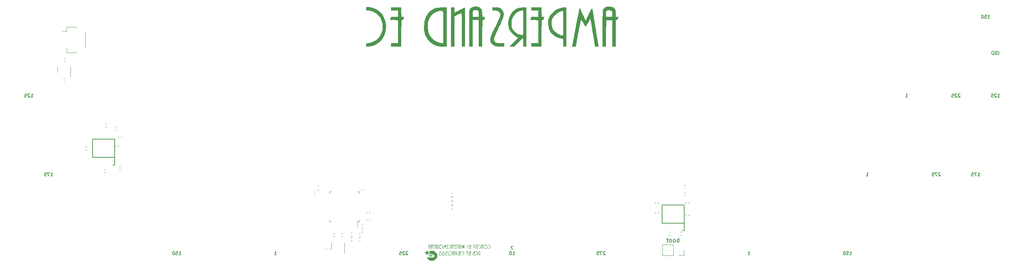
<source format=gbr>
%TF.GenerationSoftware,KiCad,Pcbnew,8.0.8*%
%TF.CreationDate,2025-04-30T11:16:15+02:00*%
%TF.ProjectId,ampersand,616d7065-7273-4616-9e64-2e6b69636164,rev?*%
%TF.SameCoordinates,Original*%
%TF.FileFunction,Legend,Bot*%
%TF.FilePolarity,Positive*%
%FSLAX46Y46*%
G04 Gerber Fmt 4.6, Leading zero omitted, Abs format (unit mm)*
G04 Created by KiCad (PCBNEW 8.0.8) date 2025-04-30 11:16:15*
%MOMM*%
%LPD*%
G01*
G04 APERTURE LIST*
%ADD10C,0.150000*%
%ADD11C,0.000000*%
%ADD12C,0.120000*%
%ADD13C,0.170180*%
%ADD14C,0.002540*%
G04 APERTURE END LIST*
D10*
X254196726Y-59169735D02*
X254158630Y-59131640D01*
X254158630Y-59131640D02*
X254082440Y-59093545D01*
X254082440Y-59093545D02*
X253891964Y-59093545D01*
X253891964Y-59093545D02*
X253815773Y-59131640D01*
X253815773Y-59131640D02*
X253777678Y-59169735D01*
X253777678Y-59169735D02*
X253739583Y-59245926D01*
X253739583Y-59245926D02*
X253739583Y-59322116D01*
X253739583Y-59322116D02*
X253777678Y-59436402D01*
X253777678Y-59436402D02*
X254234821Y-59893545D01*
X254234821Y-59893545D02*
X253739583Y-59893545D01*
X253434821Y-59169735D02*
X253396725Y-59131640D01*
X253396725Y-59131640D02*
X253320535Y-59093545D01*
X253320535Y-59093545D02*
X253130059Y-59093545D01*
X253130059Y-59093545D02*
X253053868Y-59131640D01*
X253053868Y-59131640D02*
X253015773Y-59169735D01*
X253015773Y-59169735D02*
X252977678Y-59245926D01*
X252977678Y-59245926D02*
X252977678Y-59322116D01*
X252977678Y-59322116D02*
X253015773Y-59436402D01*
X253015773Y-59436402D02*
X253472916Y-59893545D01*
X253472916Y-59893545D02*
X252977678Y-59893545D01*
X252253868Y-59093545D02*
X252634820Y-59093545D01*
X252634820Y-59093545D02*
X252672916Y-59474497D01*
X252672916Y-59474497D02*
X252634820Y-59436402D01*
X252634820Y-59436402D02*
X252558630Y-59398307D01*
X252558630Y-59398307D02*
X252368154Y-59398307D01*
X252368154Y-59398307D02*
X252291963Y-59436402D01*
X252291963Y-59436402D02*
X252253868Y-59474497D01*
X252253868Y-59474497D02*
X252215773Y-59550688D01*
X252215773Y-59550688D02*
X252215773Y-59741164D01*
X252215773Y-59741164D02*
X252253868Y-59817354D01*
X252253868Y-59817354D02*
X252291963Y-59855450D01*
X252291963Y-59855450D02*
X252368154Y-59893545D01*
X252368154Y-59893545D02*
X252558630Y-59893545D01*
X252558630Y-59893545D02*
X252634820Y-59855450D01*
X252634820Y-59855450D02*
X252672916Y-59817354D01*
X88671428Y-97993545D02*
X89128571Y-97993545D01*
X88899999Y-97993545D02*
X88899999Y-97193545D01*
X88899999Y-97193545D02*
X88976190Y-97307830D01*
X88976190Y-97307830D02*
X89052380Y-97384021D01*
X89052380Y-97384021D02*
X89128571Y-97422116D01*
X120846726Y-97269735D02*
X120808630Y-97231640D01*
X120808630Y-97231640D02*
X120732440Y-97193545D01*
X120732440Y-97193545D02*
X120541964Y-97193545D01*
X120541964Y-97193545D02*
X120465773Y-97231640D01*
X120465773Y-97231640D02*
X120427678Y-97269735D01*
X120427678Y-97269735D02*
X120389583Y-97345926D01*
X120389583Y-97345926D02*
X120389583Y-97422116D01*
X120389583Y-97422116D02*
X120427678Y-97536402D01*
X120427678Y-97536402D02*
X120884821Y-97993545D01*
X120884821Y-97993545D02*
X120389583Y-97993545D01*
X120084821Y-97269735D02*
X120046725Y-97231640D01*
X120046725Y-97231640D02*
X119970535Y-97193545D01*
X119970535Y-97193545D02*
X119780059Y-97193545D01*
X119780059Y-97193545D02*
X119703868Y-97231640D01*
X119703868Y-97231640D02*
X119665773Y-97269735D01*
X119665773Y-97269735D02*
X119627678Y-97345926D01*
X119627678Y-97345926D02*
X119627678Y-97422116D01*
X119627678Y-97422116D02*
X119665773Y-97536402D01*
X119665773Y-97536402D02*
X120122916Y-97993545D01*
X120122916Y-97993545D02*
X119627678Y-97993545D01*
X118903868Y-97193545D02*
X119284820Y-97193545D01*
X119284820Y-97193545D02*
X119322916Y-97574497D01*
X119322916Y-97574497D02*
X119284820Y-97536402D01*
X119284820Y-97536402D02*
X119208630Y-97498307D01*
X119208630Y-97498307D02*
X119018154Y-97498307D01*
X119018154Y-97498307D02*
X118941963Y-97536402D01*
X118941963Y-97536402D02*
X118903868Y-97574497D01*
X118903868Y-97574497D02*
X118865773Y-97650688D01*
X118865773Y-97650688D02*
X118865773Y-97841164D01*
X118865773Y-97841164D02*
X118903868Y-97917354D01*
X118903868Y-97917354D02*
X118941963Y-97955450D01*
X118941963Y-97955450D02*
X119018154Y-97993545D01*
X119018154Y-97993545D02*
X119208630Y-97993545D01*
X119208630Y-97993545D02*
X119284820Y-97955450D01*
X119284820Y-97955450D02*
X119322916Y-97917354D01*
X227545833Y-97993545D02*
X228002976Y-97993545D01*
X227774404Y-97993545D02*
X227774404Y-97193545D01*
X227774404Y-97193545D02*
X227850595Y-97307830D01*
X227850595Y-97307830D02*
X227926785Y-97384021D01*
X227926785Y-97384021D02*
X228002976Y-97422116D01*
X226822023Y-97193545D02*
X227202975Y-97193545D01*
X227202975Y-97193545D02*
X227241071Y-97574497D01*
X227241071Y-97574497D02*
X227202975Y-97536402D01*
X227202975Y-97536402D02*
X227126785Y-97498307D01*
X227126785Y-97498307D02*
X226936309Y-97498307D01*
X226936309Y-97498307D02*
X226860118Y-97536402D01*
X226860118Y-97536402D02*
X226822023Y-97574497D01*
X226822023Y-97574497D02*
X226783928Y-97650688D01*
X226783928Y-97650688D02*
X226783928Y-97841164D01*
X226783928Y-97841164D02*
X226822023Y-97917354D01*
X226822023Y-97917354D02*
X226860118Y-97955450D01*
X226860118Y-97955450D02*
X226936309Y-97993545D01*
X226936309Y-97993545D02*
X227126785Y-97993545D01*
X227126785Y-97993545D02*
X227202975Y-97955450D01*
X227202975Y-97955450D02*
X227241071Y-97917354D01*
X226288689Y-97193545D02*
X226212499Y-97193545D01*
X226212499Y-97193545D02*
X226136308Y-97231640D01*
X226136308Y-97231640D02*
X226098213Y-97269735D01*
X226098213Y-97269735D02*
X226060118Y-97345926D01*
X226060118Y-97345926D02*
X226022023Y-97498307D01*
X226022023Y-97498307D02*
X226022023Y-97688783D01*
X226022023Y-97688783D02*
X226060118Y-97841164D01*
X226060118Y-97841164D02*
X226098213Y-97917354D01*
X226098213Y-97917354D02*
X226136308Y-97955450D01*
X226136308Y-97955450D02*
X226212499Y-97993545D01*
X226212499Y-97993545D02*
X226288689Y-97993545D01*
X226288689Y-97993545D02*
X226364880Y-97955450D01*
X226364880Y-97955450D02*
X226402975Y-97917354D01*
X226402975Y-97917354D02*
X226441070Y-97841164D01*
X226441070Y-97841164D02*
X226479166Y-97688783D01*
X226479166Y-97688783D02*
X226479166Y-97498307D01*
X226479166Y-97498307D02*
X226441070Y-97345926D01*
X226441070Y-97345926D02*
X226402975Y-97269735D01*
X226402975Y-97269735D02*
X226364880Y-97231640D01*
X226364880Y-97231640D02*
X226288689Y-97193545D01*
X186348511Y-94911069D02*
X186348511Y-93911069D01*
X186348511Y-94292021D02*
X186253273Y-94244402D01*
X186253273Y-94244402D02*
X186062797Y-94244402D01*
X186062797Y-94244402D02*
X185967559Y-94292021D01*
X185967559Y-94292021D02*
X185919940Y-94339640D01*
X185919940Y-94339640D02*
X185872321Y-94434878D01*
X185872321Y-94434878D02*
X185872321Y-94720592D01*
X185872321Y-94720592D02*
X185919940Y-94815830D01*
X185919940Y-94815830D02*
X185967559Y-94863450D01*
X185967559Y-94863450D02*
X186062797Y-94911069D01*
X186062797Y-94911069D02*
X186253273Y-94911069D01*
X186253273Y-94911069D02*
X186348511Y-94863450D01*
X185300892Y-94911069D02*
X185396130Y-94863450D01*
X185396130Y-94863450D02*
X185443749Y-94815830D01*
X185443749Y-94815830D02*
X185491368Y-94720592D01*
X185491368Y-94720592D02*
X185491368Y-94434878D01*
X185491368Y-94434878D02*
X185443749Y-94339640D01*
X185443749Y-94339640D02*
X185396130Y-94292021D01*
X185396130Y-94292021D02*
X185300892Y-94244402D01*
X185300892Y-94244402D02*
X185158035Y-94244402D01*
X185158035Y-94244402D02*
X185062797Y-94292021D01*
X185062797Y-94292021D02*
X185015178Y-94339640D01*
X185015178Y-94339640D02*
X184967559Y-94434878D01*
X184967559Y-94434878D02*
X184967559Y-94720592D01*
X184967559Y-94720592D02*
X185015178Y-94815830D01*
X185015178Y-94815830D02*
X185062797Y-94863450D01*
X185062797Y-94863450D02*
X185158035Y-94911069D01*
X185158035Y-94911069D02*
X185300892Y-94911069D01*
X184396130Y-94911069D02*
X184491368Y-94863450D01*
X184491368Y-94863450D02*
X184538987Y-94815830D01*
X184538987Y-94815830D02*
X184586606Y-94720592D01*
X184586606Y-94720592D02*
X184586606Y-94434878D01*
X184586606Y-94434878D02*
X184538987Y-94339640D01*
X184538987Y-94339640D02*
X184491368Y-94292021D01*
X184491368Y-94292021D02*
X184396130Y-94244402D01*
X184396130Y-94244402D02*
X184253273Y-94244402D01*
X184253273Y-94244402D02*
X184158035Y-94292021D01*
X184158035Y-94292021D02*
X184110416Y-94339640D01*
X184110416Y-94339640D02*
X184062797Y-94434878D01*
X184062797Y-94434878D02*
X184062797Y-94720592D01*
X184062797Y-94720592D02*
X184110416Y-94815830D01*
X184110416Y-94815830D02*
X184158035Y-94863450D01*
X184158035Y-94863450D02*
X184253273Y-94911069D01*
X184253273Y-94911069D02*
X184396130Y-94911069D01*
X183777082Y-94244402D02*
X183396130Y-94244402D01*
X183634225Y-93911069D02*
X183634225Y-94768211D01*
X183634225Y-94768211D02*
X183586606Y-94863450D01*
X183586606Y-94863450D02*
X183491368Y-94911069D01*
X183491368Y-94911069D02*
X183396130Y-94911069D01*
X29902083Y-59893545D02*
X30359226Y-59893545D01*
X30130654Y-59893545D02*
X30130654Y-59093545D01*
X30130654Y-59093545D02*
X30206845Y-59207830D01*
X30206845Y-59207830D02*
X30283035Y-59284021D01*
X30283035Y-59284021D02*
X30359226Y-59322116D01*
X29597321Y-59169735D02*
X29559225Y-59131640D01*
X29559225Y-59131640D02*
X29483035Y-59093545D01*
X29483035Y-59093545D02*
X29292559Y-59093545D01*
X29292559Y-59093545D02*
X29216368Y-59131640D01*
X29216368Y-59131640D02*
X29178273Y-59169735D01*
X29178273Y-59169735D02*
X29140178Y-59245926D01*
X29140178Y-59245926D02*
X29140178Y-59322116D01*
X29140178Y-59322116D02*
X29178273Y-59436402D01*
X29178273Y-59436402D02*
X29635416Y-59893545D01*
X29635416Y-59893545D02*
X29140178Y-59893545D01*
X28416368Y-59093545D02*
X28797320Y-59093545D01*
X28797320Y-59093545D02*
X28835416Y-59474497D01*
X28835416Y-59474497D02*
X28797320Y-59436402D01*
X28797320Y-59436402D02*
X28721130Y-59398307D01*
X28721130Y-59398307D02*
X28530654Y-59398307D01*
X28530654Y-59398307D02*
X28454463Y-59436402D01*
X28454463Y-59436402D02*
X28416368Y-59474497D01*
X28416368Y-59474497D02*
X28378273Y-59550688D01*
X28378273Y-59550688D02*
X28378273Y-59741164D01*
X28378273Y-59741164D02*
X28416368Y-59817354D01*
X28416368Y-59817354D02*
X28454463Y-59855450D01*
X28454463Y-59855450D02*
X28530654Y-59893545D01*
X28530654Y-59893545D02*
X28721130Y-59893545D01*
X28721130Y-59893545D02*
X28797320Y-59855450D01*
X28797320Y-59855450D02*
X28835416Y-59817354D01*
X263264583Y-59893545D02*
X263721726Y-59893545D01*
X263493154Y-59893545D02*
X263493154Y-59093545D01*
X263493154Y-59093545D02*
X263569345Y-59207830D01*
X263569345Y-59207830D02*
X263645535Y-59284021D01*
X263645535Y-59284021D02*
X263721726Y-59322116D01*
X262959821Y-59169735D02*
X262921725Y-59131640D01*
X262921725Y-59131640D02*
X262845535Y-59093545D01*
X262845535Y-59093545D02*
X262655059Y-59093545D01*
X262655059Y-59093545D02*
X262578868Y-59131640D01*
X262578868Y-59131640D02*
X262540773Y-59169735D01*
X262540773Y-59169735D02*
X262502678Y-59245926D01*
X262502678Y-59245926D02*
X262502678Y-59322116D01*
X262502678Y-59322116D02*
X262540773Y-59436402D01*
X262540773Y-59436402D02*
X262997916Y-59893545D01*
X262997916Y-59893545D02*
X262502678Y-59893545D01*
X261778868Y-59093545D02*
X262159820Y-59093545D01*
X262159820Y-59093545D02*
X262197916Y-59474497D01*
X262197916Y-59474497D02*
X262159820Y-59436402D01*
X262159820Y-59436402D02*
X262083630Y-59398307D01*
X262083630Y-59398307D02*
X261893154Y-59398307D01*
X261893154Y-59398307D02*
X261816963Y-59436402D01*
X261816963Y-59436402D02*
X261778868Y-59474497D01*
X261778868Y-59474497D02*
X261740773Y-59550688D01*
X261740773Y-59550688D02*
X261740773Y-59741164D01*
X261740773Y-59741164D02*
X261778868Y-59817354D01*
X261778868Y-59817354D02*
X261816963Y-59855450D01*
X261816963Y-59855450D02*
X261893154Y-59893545D01*
X261893154Y-59893545D02*
X262083630Y-59893545D01*
X262083630Y-59893545D02*
X262159820Y-59855450D01*
X262159820Y-59855450D02*
X262197916Y-59817354D01*
X263531249Y-49574795D02*
X263531249Y-48774795D01*
X263188393Y-49536700D02*
X263074107Y-49574795D01*
X263074107Y-49574795D02*
X262883631Y-49574795D01*
X262883631Y-49574795D02*
X262807440Y-49536700D01*
X262807440Y-49536700D02*
X262769345Y-49498604D01*
X262769345Y-49498604D02*
X262731250Y-49422414D01*
X262731250Y-49422414D02*
X262731250Y-49346223D01*
X262731250Y-49346223D02*
X262769345Y-49270033D01*
X262769345Y-49270033D02*
X262807440Y-49231938D01*
X262807440Y-49231938D02*
X262883631Y-49193842D01*
X262883631Y-49193842D02*
X263036012Y-49155747D01*
X263036012Y-49155747D02*
X263112202Y-49117652D01*
X263112202Y-49117652D02*
X263150297Y-49079557D01*
X263150297Y-49079557D02*
X263188393Y-49003366D01*
X263188393Y-49003366D02*
X263188393Y-48927176D01*
X263188393Y-48927176D02*
X263150297Y-48850985D01*
X263150297Y-48850985D02*
X263112202Y-48812890D01*
X263112202Y-48812890D02*
X263036012Y-48774795D01*
X263036012Y-48774795D02*
X262845535Y-48774795D01*
X262845535Y-48774795D02*
X262731250Y-48812890D01*
X262236011Y-48774795D02*
X262083630Y-48774795D01*
X262083630Y-48774795D02*
X262007440Y-48812890D01*
X262007440Y-48812890D02*
X261931249Y-48889080D01*
X261931249Y-48889080D02*
X261893154Y-49041461D01*
X261893154Y-49041461D02*
X261893154Y-49308128D01*
X261893154Y-49308128D02*
X261931249Y-49460509D01*
X261931249Y-49460509D02*
X262007440Y-49536700D01*
X262007440Y-49536700D02*
X262083630Y-49574795D01*
X262083630Y-49574795D02*
X262236011Y-49574795D01*
X262236011Y-49574795D02*
X262312202Y-49536700D01*
X262312202Y-49536700D02*
X262388392Y-49460509D01*
X262388392Y-49460509D02*
X262426488Y-49308128D01*
X262426488Y-49308128D02*
X262426488Y-49041461D01*
X262426488Y-49041461D02*
X262388392Y-48889080D01*
X262388392Y-48889080D02*
X262312202Y-48812890D01*
X262312202Y-48812890D02*
X262236011Y-48774795D01*
X202971428Y-97993545D02*
X203428571Y-97993545D01*
X203199999Y-97993545D02*
X203199999Y-97193545D01*
X203199999Y-97193545D02*
X203276190Y-97307830D01*
X203276190Y-97307830D02*
X203352380Y-97384021D01*
X203352380Y-97384021D02*
X203428571Y-97422116D01*
X241071428Y-59893545D02*
X241528571Y-59893545D01*
X241299999Y-59893545D02*
X241299999Y-59093545D01*
X241299999Y-59093545D02*
X241376190Y-59207830D01*
X241376190Y-59207830D02*
X241452380Y-59284021D01*
X241452380Y-59284021D02*
X241528571Y-59322116D01*
X260883333Y-40843545D02*
X261340476Y-40843545D01*
X261111904Y-40843545D02*
X261111904Y-40043545D01*
X261111904Y-40043545D02*
X261188095Y-40157830D01*
X261188095Y-40157830D02*
X261264285Y-40234021D01*
X261264285Y-40234021D02*
X261340476Y-40272116D01*
X260159523Y-40043545D02*
X260540475Y-40043545D01*
X260540475Y-40043545D02*
X260578571Y-40424497D01*
X260578571Y-40424497D02*
X260540475Y-40386402D01*
X260540475Y-40386402D02*
X260464285Y-40348307D01*
X260464285Y-40348307D02*
X260273809Y-40348307D01*
X260273809Y-40348307D02*
X260197618Y-40386402D01*
X260197618Y-40386402D02*
X260159523Y-40424497D01*
X260159523Y-40424497D02*
X260121428Y-40500688D01*
X260121428Y-40500688D02*
X260121428Y-40691164D01*
X260121428Y-40691164D02*
X260159523Y-40767354D01*
X260159523Y-40767354D02*
X260197618Y-40805450D01*
X260197618Y-40805450D02*
X260273809Y-40843545D01*
X260273809Y-40843545D02*
X260464285Y-40843545D01*
X260464285Y-40843545D02*
X260540475Y-40805450D01*
X260540475Y-40805450D02*
X260578571Y-40767354D01*
X259626189Y-40043545D02*
X259549999Y-40043545D01*
X259549999Y-40043545D02*
X259473808Y-40081640D01*
X259473808Y-40081640D02*
X259435713Y-40119735D01*
X259435713Y-40119735D02*
X259397618Y-40195926D01*
X259397618Y-40195926D02*
X259359523Y-40348307D01*
X259359523Y-40348307D02*
X259359523Y-40538783D01*
X259359523Y-40538783D02*
X259397618Y-40691164D01*
X259397618Y-40691164D02*
X259435713Y-40767354D01*
X259435713Y-40767354D02*
X259473808Y-40805450D01*
X259473808Y-40805450D02*
X259549999Y-40843545D01*
X259549999Y-40843545D02*
X259626189Y-40843545D01*
X259626189Y-40843545D02*
X259702380Y-40805450D01*
X259702380Y-40805450D02*
X259740475Y-40767354D01*
X259740475Y-40767354D02*
X259778570Y-40691164D01*
X259778570Y-40691164D02*
X259816666Y-40538783D01*
X259816666Y-40538783D02*
X259816666Y-40348307D01*
X259816666Y-40348307D02*
X259778570Y-40195926D01*
X259778570Y-40195926D02*
X259740475Y-40119735D01*
X259740475Y-40119735D02*
X259702380Y-40081640D01*
X259702380Y-40081640D02*
X259626189Y-40043545D01*
X65620833Y-97993545D02*
X66077976Y-97993545D01*
X65849404Y-97993545D02*
X65849404Y-97193545D01*
X65849404Y-97193545D02*
X65925595Y-97307830D01*
X65925595Y-97307830D02*
X66001785Y-97384021D01*
X66001785Y-97384021D02*
X66077976Y-97422116D01*
X64897023Y-97193545D02*
X65277975Y-97193545D01*
X65277975Y-97193545D02*
X65316071Y-97574497D01*
X65316071Y-97574497D02*
X65277975Y-97536402D01*
X65277975Y-97536402D02*
X65201785Y-97498307D01*
X65201785Y-97498307D02*
X65011309Y-97498307D01*
X65011309Y-97498307D02*
X64935118Y-97536402D01*
X64935118Y-97536402D02*
X64897023Y-97574497D01*
X64897023Y-97574497D02*
X64858928Y-97650688D01*
X64858928Y-97650688D02*
X64858928Y-97841164D01*
X64858928Y-97841164D02*
X64897023Y-97917354D01*
X64897023Y-97917354D02*
X64935118Y-97955450D01*
X64935118Y-97955450D02*
X65011309Y-97993545D01*
X65011309Y-97993545D02*
X65201785Y-97993545D01*
X65201785Y-97993545D02*
X65277975Y-97955450D01*
X65277975Y-97955450D02*
X65316071Y-97917354D01*
X64363689Y-97193545D02*
X64287499Y-97193545D01*
X64287499Y-97193545D02*
X64211308Y-97231640D01*
X64211308Y-97231640D02*
X64173213Y-97269735D01*
X64173213Y-97269735D02*
X64135118Y-97345926D01*
X64135118Y-97345926D02*
X64097023Y-97498307D01*
X64097023Y-97498307D02*
X64097023Y-97688783D01*
X64097023Y-97688783D02*
X64135118Y-97841164D01*
X64135118Y-97841164D02*
X64173213Y-97917354D01*
X64173213Y-97917354D02*
X64211308Y-97955450D01*
X64211308Y-97955450D02*
X64287499Y-97993545D01*
X64287499Y-97993545D02*
X64363689Y-97993545D01*
X64363689Y-97993545D02*
X64439880Y-97955450D01*
X64439880Y-97955450D02*
X64477975Y-97917354D01*
X64477975Y-97917354D02*
X64516070Y-97841164D01*
X64516070Y-97841164D02*
X64554166Y-97688783D01*
X64554166Y-97688783D02*
X64554166Y-97498307D01*
X64554166Y-97498307D02*
X64516070Y-97345926D01*
X64516070Y-97345926D02*
X64477975Y-97269735D01*
X64477975Y-97269735D02*
X64439880Y-97231640D01*
X64439880Y-97231640D02*
X64363689Y-97193545D01*
X231546428Y-78943545D02*
X232003571Y-78943545D01*
X231774999Y-78943545D02*
X231774999Y-78143545D01*
X231774999Y-78143545D02*
X231851190Y-78257830D01*
X231851190Y-78257830D02*
X231927380Y-78334021D01*
X231927380Y-78334021D02*
X232003571Y-78372116D01*
X258502083Y-78943545D02*
X258959226Y-78943545D01*
X258730654Y-78943545D02*
X258730654Y-78143545D01*
X258730654Y-78143545D02*
X258806845Y-78257830D01*
X258806845Y-78257830D02*
X258883035Y-78334021D01*
X258883035Y-78334021D02*
X258959226Y-78372116D01*
X258235416Y-78143545D02*
X257702082Y-78143545D01*
X257702082Y-78143545D02*
X258044940Y-78943545D01*
X257016368Y-78143545D02*
X257397320Y-78143545D01*
X257397320Y-78143545D02*
X257435416Y-78524497D01*
X257435416Y-78524497D02*
X257397320Y-78486402D01*
X257397320Y-78486402D02*
X257321130Y-78448307D01*
X257321130Y-78448307D02*
X257130654Y-78448307D01*
X257130654Y-78448307D02*
X257054463Y-78486402D01*
X257054463Y-78486402D02*
X257016368Y-78524497D01*
X257016368Y-78524497D02*
X256978273Y-78600688D01*
X256978273Y-78600688D02*
X256978273Y-78791164D01*
X256978273Y-78791164D02*
X257016368Y-78867354D01*
X257016368Y-78867354D02*
X257054463Y-78905450D01*
X257054463Y-78905450D02*
X257130654Y-78943545D01*
X257130654Y-78943545D02*
X257321130Y-78943545D01*
X257321130Y-78943545D02*
X257397320Y-78905450D01*
X257397320Y-78905450D02*
X257435416Y-78867354D01*
X249434226Y-78219735D02*
X249396130Y-78181640D01*
X249396130Y-78181640D02*
X249319940Y-78143545D01*
X249319940Y-78143545D02*
X249129464Y-78143545D01*
X249129464Y-78143545D02*
X249053273Y-78181640D01*
X249053273Y-78181640D02*
X249015178Y-78219735D01*
X249015178Y-78219735D02*
X248977083Y-78295926D01*
X248977083Y-78295926D02*
X248977083Y-78372116D01*
X248977083Y-78372116D02*
X249015178Y-78486402D01*
X249015178Y-78486402D02*
X249472321Y-78943545D01*
X249472321Y-78943545D02*
X248977083Y-78943545D01*
X248710416Y-78143545D02*
X248177082Y-78143545D01*
X248177082Y-78143545D02*
X248519940Y-78943545D01*
X247491368Y-78143545D02*
X247872320Y-78143545D01*
X247872320Y-78143545D02*
X247910416Y-78524497D01*
X247910416Y-78524497D02*
X247872320Y-78486402D01*
X247872320Y-78486402D02*
X247796130Y-78448307D01*
X247796130Y-78448307D02*
X247605654Y-78448307D01*
X247605654Y-78448307D02*
X247529463Y-78486402D01*
X247529463Y-78486402D02*
X247491368Y-78524497D01*
X247491368Y-78524497D02*
X247453273Y-78600688D01*
X247453273Y-78600688D02*
X247453273Y-78791164D01*
X247453273Y-78791164D02*
X247491368Y-78867354D01*
X247491368Y-78867354D02*
X247529463Y-78905450D01*
X247529463Y-78905450D02*
X247605654Y-78943545D01*
X247605654Y-78943545D02*
X247796130Y-78943545D01*
X247796130Y-78943545D02*
X247872320Y-78905450D01*
X247872320Y-78905450D02*
X247910416Y-78867354D01*
X146316665Y-95902418D02*
X145783331Y-95902418D01*
X145783331Y-95902418D02*
X146126189Y-96702418D01*
X146202380Y-97990373D02*
X146659523Y-97990373D01*
X146430951Y-97990373D02*
X146430951Y-97190373D01*
X146430951Y-97190373D02*
X146507142Y-97304658D01*
X146507142Y-97304658D02*
X146583332Y-97380849D01*
X146583332Y-97380849D02*
X146659523Y-97418944D01*
X145707141Y-97190373D02*
X145630951Y-97190373D01*
X145630951Y-97190373D02*
X145554760Y-97228468D01*
X145554760Y-97228468D02*
X145516665Y-97266563D01*
X145516665Y-97266563D02*
X145478570Y-97342754D01*
X145478570Y-97342754D02*
X145440475Y-97495135D01*
X145440475Y-97495135D02*
X145440475Y-97685611D01*
X145440475Y-97685611D02*
X145478570Y-97837992D01*
X145478570Y-97837992D02*
X145516665Y-97914182D01*
X145516665Y-97914182D02*
X145554760Y-97952278D01*
X145554760Y-97952278D02*
X145630951Y-97990373D01*
X145630951Y-97990373D02*
X145707141Y-97990373D01*
X145707141Y-97990373D02*
X145783332Y-97952278D01*
X145783332Y-97952278D02*
X145821427Y-97914182D01*
X145821427Y-97914182D02*
X145859522Y-97837992D01*
X145859522Y-97837992D02*
X145897618Y-97685611D01*
X145897618Y-97685611D02*
X145897618Y-97495135D01*
X145897618Y-97495135D02*
X145859522Y-97342754D01*
X145859522Y-97342754D02*
X145821427Y-97266563D01*
X145821427Y-97266563D02*
X145783332Y-97228468D01*
X145783332Y-97228468D02*
X145707141Y-97190373D01*
X34664583Y-78943545D02*
X35121726Y-78943545D01*
X34893154Y-78943545D02*
X34893154Y-78143545D01*
X34893154Y-78143545D02*
X34969345Y-78257830D01*
X34969345Y-78257830D02*
X35045535Y-78334021D01*
X35045535Y-78334021D02*
X35121726Y-78372116D01*
X34397916Y-78143545D02*
X33864582Y-78143545D01*
X33864582Y-78143545D02*
X34207440Y-78943545D01*
X33178868Y-78143545D02*
X33559820Y-78143545D01*
X33559820Y-78143545D02*
X33597916Y-78524497D01*
X33597916Y-78524497D02*
X33559820Y-78486402D01*
X33559820Y-78486402D02*
X33483630Y-78448307D01*
X33483630Y-78448307D02*
X33293154Y-78448307D01*
X33293154Y-78448307D02*
X33216963Y-78486402D01*
X33216963Y-78486402D02*
X33178868Y-78524497D01*
X33178868Y-78524497D02*
X33140773Y-78600688D01*
X33140773Y-78600688D02*
X33140773Y-78791164D01*
X33140773Y-78791164D02*
X33178868Y-78867354D01*
X33178868Y-78867354D02*
X33216963Y-78905450D01*
X33216963Y-78905450D02*
X33293154Y-78943545D01*
X33293154Y-78943545D02*
X33483630Y-78943545D01*
X33483630Y-78943545D02*
X33559820Y-78905450D01*
X33559820Y-78905450D02*
X33597916Y-78867354D01*
X168471726Y-97269735D02*
X168433630Y-97231640D01*
X168433630Y-97231640D02*
X168357440Y-97193545D01*
X168357440Y-97193545D02*
X168166964Y-97193545D01*
X168166964Y-97193545D02*
X168090773Y-97231640D01*
X168090773Y-97231640D02*
X168052678Y-97269735D01*
X168052678Y-97269735D02*
X168014583Y-97345926D01*
X168014583Y-97345926D02*
X168014583Y-97422116D01*
X168014583Y-97422116D02*
X168052678Y-97536402D01*
X168052678Y-97536402D02*
X168509821Y-97993545D01*
X168509821Y-97993545D02*
X168014583Y-97993545D01*
X167747916Y-97193545D02*
X167214582Y-97193545D01*
X167214582Y-97193545D02*
X167557440Y-97993545D01*
X166528868Y-97193545D02*
X166909820Y-97193545D01*
X166909820Y-97193545D02*
X166947916Y-97574497D01*
X166947916Y-97574497D02*
X166909820Y-97536402D01*
X166909820Y-97536402D02*
X166833630Y-97498307D01*
X166833630Y-97498307D02*
X166643154Y-97498307D01*
X166643154Y-97498307D02*
X166566963Y-97536402D01*
X166566963Y-97536402D02*
X166528868Y-97574497D01*
X166528868Y-97574497D02*
X166490773Y-97650688D01*
X166490773Y-97650688D02*
X166490773Y-97841164D01*
X166490773Y-97841164D02*
X166528868Y-97917354D01*
X166528868Y-97917354D02*
X166566963Y-97955450D01*
X166566963Y-97955450D02*
X166643154Y-97993545D01*
X166643154Y-97993545D02*
X166833630Y-97993545D01*
X166833630Y-97993545D02*
X166909820Y-97955450D01*
X166909820Y-97955450D02*
X166947916Y-97917354D01*
D11*
%TO.C,G\u002A\u002A\u002A*%
G36*
X131591756Y-97686504D02*
G01*
X131581846Y-97752548D01*
X131562959Y-97812898D01*
X131557761Y-97825548D01*
X131504117Y-97918116D01*
X131428841Y-98001462D01*
X131336881Y-98070951D01*
X131233184Y-98121945D01*
X131206964Y-98129053D01*
X131141099Y-98136291D01*
X131051709Y-98136711D01*
X131040070Y-98136336D01*
X130975154Y-98132692D01*
X130926746Y-98125704D01*
X130885277Y-98113425D01*
X130841178Y-98093912D01*
X130809918Y-98077005D01*
X130722440Y-98012489D01*
X130646176Y-97931362D01*
X130589231Y-97841735D01*
X130576027Y-97813555D01*
X130562379Y-97776949D01*
X130554554Y-97739037D01*
X130550980Y-97691087D01*
X130550294Y-97639927D01*
X130640450Y-97639927D01*
X130655191Y-97736791D01*
X130688289Y-97822818D01*
X130705892Y-97852175D01*
X130765431Y-97925523D01*
X130836439Y-97984501D01*
X130911659Y-98022618D01*
X131021497Y-98047831D01*
X131129299Y-98047862D01*
X131229656Y-98022720D01*
X131320040Y-97973401D01*
X131397921Y-97900904D01*
X131460767Y-97806224D01*
X131468186Y-97790613D01*
X131492317Y-97709415D01*
X131500814Y-97618670D01*
X131493406Y-97528916D01*
X131469827Y-97450693D01*
X131423174Y-97372532D01*
X131349499Y-97294349D01*
X131260768Y-97236075D01*
X131216831Y-97216489D01*
X131176302Y-97204765D01*
X131129534Y-97199299D01*
X131065927Y-97198020D01*
X131003367Y-97199424D01*
X130957563Y-97204753D01*
X130919335Y-97215985D01*
X130878693Y-97235097D01*
X130812939Y-97278917D01*
X130747355Y-97341260D01*
X130693752Y-97411669D01*
X130659296Y-97482081D01*
X130644953Y-97542651D01*
X130640450Y-97639927D01*
X130550294Y-97639927D01*
X130550085Y-97624370D01*
X130550323Y-97581103D01*
X130552652Y-97526087D01*
X130558744Y-97484230D01*
X130570157Y-97446587D01*
X130588452Y-97404219D01*
X130615028Y-97355327D01*
X130681140Y-97268679D01*
X130762366Y-97194506D01*
X130851216Y-97140330D01*
X130878311Y-97128276D01*
X130917289Y-97114203D01*
X130956750Y-97106102D01*
X131005697Y-97102396D01*
X131073131Y-97101510D01*
X131134397Y-97102084D01*
X131182659Y-97105085D01*
X131220669Y-97112272D01*
X131257405Y-97125401D01*
X131301849Y-97146228D01*
X131313528Y-97152148D01*
X131409740Y-97216741D01*
X131488709Y-97301695D01*
X131551974Y-97408627D01*
X131556651Y-97418610D01*
X131577080Y-97466772D01*
X131588663Y-97508426D01*
X131593704Y-97554893D01*
X131594507Y-97617491D01*
X131594460Y-97618670D01*
X131591756Y-97686504D01*
G37*
G36*
X128891929Y-97149668D02*
G01*
X128891929Y-97190947D01*
X128795612Y-97190947D01*
X128791785Y-97190954D01*
X128745042Y-97192233D01*
X128711893Y-97195296D01*
X128699296Y-97199524D01*
X128700447Y-97203062D01*
X128712058Y-97225735D01*
X128733500Y-97263517D01*
X128761467Y-97310504D01*
X128773351Y-97330509D01*
X128797712Y-97374901D01*
X128813122Y-97408140D01*
X128816657Y-97424203D01*
X128814768Y-97426221D01*
X128793132Y-97436166D01*
X128757926Y-97445093D01*
X128711068Y-97458271D01*
X128643212Y-97489620D01*
X128581271Y-97530564D01*
X128535968Y-97574835D01*
X128531389Y-97580944D01*
X128514649Y-97607621D01*
X128505096Y-97636253D01*
X128500788Y-97675350D01*
X128499784Y-97733422D01*
X128499784Y-97734431D01*
X128501109Y-97794274D01*
X128506470Y-97836751D01*
X128518025Y-97871813D01*
X128537929Y-97909413D01*
X128551903Y-97930950D01*
X128588918Y-97977056D01*
X128626265Y-98012609D01*
X128645397Y-98026316D01*
X128676491Y-98041937D01*
X128713430Y-98049159D01*
X128766993Y-98050914D01*
X128812213Y-98050144D01*
X128859621Y-98047652D01*
X128890650Y-98044035D01*
X128901702Y-98042340D01*
X128922829Y-98048546D01*
X128936801Y-98075853D01*
X128942343Y-98093864D01*
X128943167Y-98116327D01*
X128927149Y-98129815D01*
X128889187Y-98141350D01*
X128872845Y-98144831D01*
X128806846Y-98150258D01*
X128733390Y-98146589D01*
X128663915Y-98134858D01*
X128609859Y-98116099D01*
X128566791Y-98089846D01*
X128494864Y-98023063D01*
X128440251Y-97938988D01*
X128405475Y-97842039D01*
X128393059Y-97736629D01*
X128394144Y-97697665D01*
X128401337Y-97634730D01*
X128413945Y-97588051D01*
X128419013Y-97576860D01*
X128465724Y-97505810D01*
X128530590Y-97443240D01*
X128605512Y-97397220D01*
X128637666Y-97382499D01*
X128669665Y-97367504D01*
X128684253Y-97360181D01*
X128682272Y-97353489D01*
X128668279Y-97328053D01*
X128643872Y-97288363D01*
X128612016Y-97239377D01*
X128588854Y-97204253D01*
X128560640Y-97160420D01*
X128541336Y-97129084D01*
X128534182Y-97115405D01*
X128534670Y-97114886D01*
X128552213Y-97112345D01*
X128591197Y-97110281D01*
X128646514Y-97108896D01*
X128713056Y-97108390D01*
X128891929Y-97108390D01*
X128891929Y-97149668D01*
G37*
G36*
X129813680Y-97760723D02*
G01*
X129804408Y-97838794D01*
X129771077Y-97928490D01*
X129717035Y-98008553D01*
X129645997Y-98073702D01*
X129561682Y-98118658D01*
X129560042Y-98119257D01*
X129472471Y-98137193D01*
X129379357Y-98132506D01*
X129287496Y-98107061D01*
X129203687Y-98062727D01*
X129134726Y-98001370D01*
X129112502Y-97972750D01*
X129069071Y-97889957D01*
X129048747Y-97802430D01*
X129049334Y-97754793D01*
X129139599Y-97754793D01*
X129140093Y-97772682D01*
X129157782Y-97859719D01*
X129199049Y-97935258D01*
X129261446Y-97995879D01*
X129342524Y-98038163D01*
X129364564Y-98045261D01*
X129431256Y-98055150D01*
X129498060Y-98044702D01*
X129573112Y-98013029D01*
X129586909Y-98005309D01*
X129648242Y-97954087D01*
X129691428Y-97888369D01*
X129715971Y-97813509D01*
X129721376Y-97734865D01*
X129707147Y-97657794D01*
X129672790Y-97587652D01*
X129617807Y-97529795D01*
X129569285Y-97497892D01*
X129500414Y-97471972D01*
X129419607Y-97464178D01*
X129390482Y-97465508D01*
X129307819Y-97485609D01*
X129238529Y-97527568D01*
X129185482Y-97588404D01*
X129151548Y-97665139D01*
X129139599Y-97754793D01*
X129049334Y-97754793D01*
X129049837Y-97713984D01*
X129070648Y-97628438D01*
X129109487Y-97549609D01*
X129164661Y-97481314D01*
X129234478Y-97427370D01*
X129317244Y-97391596D01*
X129411266Y-97377808D01*
X129439105Y-97376989D01*
X129471035Y-97374670D01*
X129483504Y-97371662D01*
X129482568Y-97369631D01*
X129469824Y-97351218D01*
X129445276Y-97318449D01*
X129412911Y-97276691D01*
X129402614Y-97263398D01*
X129371549Y-97220702D01*
X129349490Y-97186376D01*
X129340674Y-97166862D01*
X129346741Y-97149152D01*
X129368543Y-97127013D01*
X129371542Y-97125045D01*
X129382347Y-97120289D01*
X129394266Y-97121749D01*
X129410004Y-97131950D01*
X129432264Y-97153419D01*
X129463751Y-97188679D01*
X129507170Y-97240257D01*
X129565224Y-97310678D01*
X129637873Y-97400797D01*
X129699572Y-97482167D01*
X129745780Y-97550399D01*
X129778396Y-97608931D01*
X129799319Y-97661203D01*
X129810447Y-97710654D01*
X129812010Y-97734865D01*
X129813680Y-97760723D01*
G37*
G36*
X137023781Y-97624434D02*
G01*
X137023781Y-97723587D01*
X137023781Y-98143887D01*
X136916873Y-98137698D01*
X136860278Y-98132187D01*
X136758124Y-98107221D01*
X136675300Y-98063401D01*
X136610713Y-98000043D01*
X136563265Y-97916461D01*
X136552807Y-97882285D01*
X136543665Y-97814310D01*
X136543466Y-97775865D01*
X136639201Y-97775865D01*
X136643715Y-97843051D01*
X136657284Y-97897205D01*
X136667779Y-97917081D01*
X136704050Y-97962568D01*
X136750316Y-98003486D01*
X136795974Y-98029703D01*
X136798838Y-98030721D01*
X136833613Y-98040492D01*
X136875867Y-98049612D01*
X136927465Y-98059041D01*
X136927465Y-97776348D01*
X136927506Y-97723587D01*
X136927401Y-97638512D01*
X136926106Y-97576288D01*
X136922491Y-97533816D01*
X136915426Y-97508001D01*
X136903783Y-97495744D01*
X136886430Y-97493950D01*
X136862239Y-97499521D01*
X136830079Y-97509361D01*
X136798115Y-97521812D01*
X136739508Y-97557955D01*
X136689548Y-97604540D01*
X136657446Y-97653858D01*
X136657308Y-97654190D01*
X136643735Y-97708594D01*
X136639201Y-97775865D01*
X136543466Y-97775865D01*
X136543275Y-97738776D01*
X136551461Y-97666944D01*
X136568046Y-97610078D01*
X136568099Y-97609963D01*
X136603511Y-97555100D01*
X136656023Y-97500513D01*
X136716412Y-97454430D01*
X136775459Y-97425073D01*
X136831652Y-97406528D01*
X136804093Y-97377193D01*
X136776618Y-97334105D01*
X136769323Y-97290808D01*
X136859836Y-97290808D01*
X136873118Y-97322494D01*
X136887597Y-97336928D01*
X136908873Y-97342764D01*
X136922599Y-97323251D01*
X136927465Y-97279426D01*
X136927333Y-97262180D01*
X136924566Y-97232423D01*
X136915475Y-97220917D01*
X136896506Y-97220949D01*
X136878798Y-97229319D01*
X136862554Y-97256173D01*
X136859836Y-97290808D01*
X136769323Y-97290808D01*
X136766838Y-97276058D01*
X136782044Y-97216619D01*
X136782721Y-97215236D01*
X136821842Y-97160727D01*
X136876768Y-97126644D01*
X136950585Y-97111052D01*
X137023781Y-97104982D01*
X137023781Y-97279426D01*
X137023781Y-97624434D01*
G37*
G36*
X136046858Y-97624434D02*
G01*
X136046858Y-97723587D01*
X136046858Y-98143887D01*
X135939950Y-98137698D01*
X135883355Y-98132187D01*
X135781201Y-98107221D01*
X135698377Y-98063401D01*
X135633790Y-98000043D01*
X135586341Y-97916461D01*
X135575884Y-97882285D01*
X135566742Y-97814310D01*
X135566543Y-97775865D01*
X135662278Y-97775865D01*
X135666792Y-97843051D01*
X135680361Y-97897205D01*
X135690856Y-97917081D01*
X135727127Y-97962568D01*
X135773393Y-98003486D01*
X135819051Y-98029703D01*
X135821915Y-98030721D01*
X135856690Y-98040492D01*
X135898944Y-98049612D01*
X135950542Y-98059041D01*
X135950542Y-97776348D01*
X135950583Y-97723587D01*
X135950478Y-97638512D01*
X135949183Y-97576288D01*
X135945568Y-97533816D01*
X135938503Y-97508001D01*
X135926859Y-97495744D01*
X135909507Y-97493950D01*
X135885316Y-97499521D01*
X135853156Y-97509361D01*
X135821192Y-97521812D01*
X135762584Y-97557955D01*
X135712625Y-97604540D01*
X135680523Y-97653858D01*
X135680385Y-97654190D01*
X135666812Y-97708594D01*
X135662278Y-97775865D01*
X135566543Y-97775865D01*
X135566352Y-97738776D01*
X135574538Y-97666944D01*
X135591123Y-97610078D01*
X135591176Y-97609963D01*
X135626588Y-97555100D01*
X135679100Y-97500513D01*
X135739489Y-97454430D01*
X135798536Y-97425073D01*
X135854729Y-97406528D01*
X135827170Y-97377193D01*
X135799695Y-97334105D01*
X135792400Y-97290808D01*
X135882913Y-97290808D01*
X135896195Y-97322494D01*
X135910674Y-97336928D01*
X135931950Y-97342764D01*
X135945676Y-97323251D01*
X135950542Y-97279426D01*
X135950410Y-97262180D01*
X135947643Y-97232423D01*
X135938552Y-97220917D01*
X135919583Y-97220949D01*
X135901875Y-97229319D01*
X135885630Y-97256173D01*
X135882913Y-97290808D01*
X135792400Y-97290808D01*
X135789915Y-97276058D01*
X135805121Y-97216619D01*
X135805798Y-97215236D01*
X135844919Y-97160727D01*
X135899844Y-97126644D01*
X135973662Y-97111052D01*
X136046858Y-97104982D01*
X136046858Y-97279426D01*
X136046858Y-97624434D01*
G37*
G36*
X130403529Y-97246478D02*
G01*
X130403721Y-97248165D01*
X130412540Y-97325706D01*
X130417633Y-97380234D01*
X130417850Y-97416055D01*
X130412044Y-97437474D01*
X130399065Y-97448799D01*
X130377765Y-97454336D01*
X130346994Y-97458390D01*
X130323830Y-97461957D01*
X130226426Y-97490382D01*
X130148020Y-97537522D01*
X130089683Y-97602554D01*
X130052487Y-97684656D01*
X130039304Y-97759737D01*
X130044554Y-97844637D01*
X130070235Y-97921910D01*
X130114522Y-97986399D01*
X130175594Y-98032949D01*
X130189112Y-98039618D01*
X130228869Y-98053729D01*
X130275485Y-98060449D01*
X130339157Y-98061561D01*
X130380985Y-98061133D01*
X130418220Y-98062488D01*
X130439234Y-98067943D01*
X130450515Y-98079553D01*
X130458552Y-98099372D01*
X130463542Y-98115247D01*
X130464092Y-98135813D01*
X130449190Y-98144818D01*
X130446124Y-98145473D01*
X130417228Y-98148489D01*
X130371044Y-98150951D01*
X130316035Y-98152380D01*
X130238706Y-98148251D01*
X130143696Y-98124443D01*
X130066509Y-98079678D01*
X130007276Y-98014074D01*
X129966130Y-97927747D01*
X129943203Y-97820816D01*
X129940689Y-97744405D01*
X129958862Y-97644125D01*
X130000816Y-97554490D01*
X130064794Y-97478038D01*
X130149038Y-97417310D01*
X130251790Y-97374847D01*
X130325139Y-97353461D01*
X130315574Y-97282524D01*
X130311690Y-97256112D01*
X130305089Y-97219857D01*
X130299890Y-97201266D01*
X130297124Y-97199498D01*
X130273331Y-97195130D01*
X130231235Y-97192088D01*
X130177628Y-97190947D01*
X130061485Y-97190947D01*
X130061485Y-97149668D01*
X130061485Y-97108390D01*
X130224656Y-97108390D01*
X130387827Y-97108390D01*
X130403529Y-97246478D01*
G37*
G36*
X138303413Y-98140351D02*
G01*
X138255255Y-98140351D01*
X138207097Y-98140351D01*
X138207097Y-98038686D01*
X138207097Y-97937021D01*
X138156348Y-97927501D01*
X138140508Y-97923955D01*
X138077711Y-97901924D01*
X138011852Y-97869230D01*
X137952925Y-97831322D01*
X137910928Y-97793653D01*
X137906485Y-97788322D01*
X137855515Y-97710025D01*
X137826221Y-97623119D01*
X137819815Y-97556808D01*
X137909639Y-97556808D01*
X137924876Y-97630832D01*
X137960330Y-97704151D01*
X138016831Y-97762359D01*
X138097021Y-97809010D01*
X138098648Y-97809748D01*
X138132641Y-97825327D01*
X138158692Y-97835420D01*
X138177852Y-97837275D01*
X138191176Y-97828136D01*
X138199716Y-97805251D01*
X138204524Y-97765866D01*
X138206656Y-97707228D01*
X138207162Y-97626582D01*
X138207097Y-97521174D01*
X138206991Y-97450613D01*
X138206334Y-97363064D01*
X138204921Y-97298112D01*
X138202573Y-97252779D01*
X138199112Y-97224086D01*
X138194360Y-97209055D01*
X138188138Y-97204706D01*
X138162278Y-97208945D01*
X138113120Y-97229087D01*
X138058752Y-97261815D01*
X138007379Y-97302681D01*
X137988701Y-97320957D01*
X137936758Y-97391586D01*
X137910757Y-97469286D01*
X137909639Y-97556808D01*
X137819815Y-97556808D01*
X137816373Y-97521174D01*
X137816333Y-97512023D01*
X137819017Y-97448642D01*
X137828551Y-97399607D01*
X137847023Y-97353495D01*
X137883149Y-97295740D01*
X137950616Y-97226211D01*
X138034109Y-97169563D01*
X138127409Y-97129795D01*
X138224296Y-97110908D01*
X138303413Y-97105082D01*
X138303413Y-97622717D01*
X138303413Y-97626582D01*
X138303413Y-98140351D01*
G37*
G36*
X132421579Y-97108400D02*
G01*
X132458445Y-97114308D01*
X132474554Y-97132469D01*
X132474953Y-97133894D01*
X132480983Y-97157828D01*
X132492038Y-97203394D01*
X132507038Y-97266089D01*
X132524907Y-97341411D01*
X132544565Y-97424858D01*
X132547481Y-97437259D01*
X132567152Y-97519888D01*
X132585139Y-97593780D01*
X132600314Y-97654416D01*
X132611550Y-97697277D01*
X132617718Y-97717844D01*
X132618138Y-97718661D01*
X132625054Y-97711954D01*
X132636879Y-97679028D01*
X132653402Y-97620622D01*
X132674413Y-97537477D01*
X132699699Y-97430331D01*
X132712072Y-97376840D01*
X132731713Y-97293165D01*
X132748996Y-97221055D01*
X132762988Y-97164328D01*
X132772756Y-97126802D01*
X132777370Y-97112295D01*
X132792921Y-97109476D01*
X132823530Y-97110859D01*
X132863845Y-97115270D01*
X132746315Y-97622548D01*
X132728291Y-97699913D01*
X132696950Y-97831820D01*
X132670927Y-97937372D01*
X132650116Y-98016973D01*
X132634407Y-98071030D01*
X132623693Y-98099947D01*
X132617866Y-98104130D01*
X132613958Y-98091485D01*
X132603894Y-98053888D01*
X132588931Y-97995349D01*
X132569887Y-97919154D01*
X132547583Y-97828589D01*
X132522837Y-97726939D01*
X132496471Y-97617491D01*
X132475887Y-97531726D01*
X132450971Y-97428237D01*
X132428477Y-97335167D01*
X132409200Y-97255786D01*
X132393933Y-97193363D01*
X132383471Y-97151168D01*
X132378609Y-97132469D01*
X132376859Y-97120438D01*
X132387477Y-97110813D01*
X132419381Y-97108390D01*
X132421579Y-97108400D01*
G37*
G36*
X133734550Y-97356061D02*
G01*
X133760759Y-97357673D01*
X133768846Y-97368195D01*
X133761203Y-97395961D01*
X133743994Y-97425671D01*
X133720641Y-97442831D01*
X133718149Y-97443546D01*
X133710491Y-97447684D01*
X133704646Y-97456736D01*
X133700371Y-97473931D01*
X133697421Y-97502498D01*
X133695552Y-97545667D01*
X133694520Y-97606667D01*
X133694080Y-97688726D01*
X133693987Y-97795076D01*
X133693987Y-98140351D01*
X133645829Y-98140351D01*
X133597671Y-98140351D01*
X133597671Y-97789484D01*
X133597671Y-97438617D01*
X133521994Y-97438617D01*
X133446317Y-97438617D01*
X133446317Y-97789484D01*
X133446317Y-98140351D01*
X133398158Y-98140351D01*
X133350000Y-98140351D01*
X133350000Y-97657711D01*
X133350000Y-97356061D01*
X133444943Y-97356061D01*
X133521994Y-97356061D01*
X133599044Y-97356061D01*
X133594918Y-97277876D01*
X133592723Y-97245343D01*
X133587240Y-97214475D01*
X133576223Y-97198799D01*
X133556392Y-97190907D01*
X133529074Y-97187341D01*
X133487595Y-97190539D01*
X133472940Y-97195266D01*
X133459527Y-97207416D01*
X133452656Y-97232379D01*
X133449070Y-97277508D01*
X133444943Y-97356061D01*
X133350000Y-97356061D01*
X133350000Y-97175070D01*
X133389208Y-97135862D01*
X133390310Y-97134771D01*
X133446014Y-97098433D01*
X133513061Y-97084063D01*
X133584501Y-97093181D01*
X133627792Y-97111162D01*
X133666262Y-97145704D01*
X133687480Y-97196786D01*
X133693987Y-97268480D01*
X133693987Y-97356061D01*
X133734550Y-97356061D01*
G37*
G36*
X137271452Y-97105186D02*
G01*
X137304310Y-97108785D01*
X137384309Y-97130223D01*
X137465381Y-97166320D01*
X137537997Y-97212374D01*
X137592628Y-97263682D01*
X137614687Y-97292499D01*
X137676632Y-97400120D01*
X137712608Y-97513806D01*
X137722317Y-97630946D01*
X137705457Y-97748929D01*
X137661729Y-97865144D01*
X137615566Y-97942831D01*
X137544742Y-98021364D01*
X137457578Y-98079214D01*
X137350842Y-98119018D01*
X137324362Y-98125508D01*
X137273055Y-98135225D01*
X137232742Y-98139445D01*
X137232711Y-98139446D01*
X137201887Y-98137905D01*
X137190728Y-98126081D01*
X137191463Y-98095748D01*
X137194593Y-98073776D01*
X137203939Y-98057189D01*
X137226099Y-98047921D01*
X137268339Y-98040776D01*
X137297403Y-98035656D01*
X137395563Y-98002291D01*
X137478833Y-97948456D01*
X137545275Y-97877359D01*
X137592952Y-97792210D01*
X137619929Y-97696217D01*
X137624268Y-97592589D01*
X137604033Y-97484536D01*
X137581917Y-97426027D01*
X137527177Y-97337631D01*
X137453821Y-97268579D01*
X137363928Y-97220616D01*
X137259576Y-97195485D01*
X137220648Y-97190237D01*
X137198112Y-97182897D01*
X137190590Y-97169186D01*
X137191613Y-97144226D01*
X137191778Y-97142532D01*
X137195443Y-97118925D01*
X137205187Y-97107157D01*
X137228145Y-97103740D01*
X137271452Y-97105186D01*
G37*
G36*
X134024215Y-97105186D02*
G01*
X134057073Y-97108785D01*
X134137072Y-97130223D01*
X134218144Y-97166320D01*
X134290760Y-97212374D01*
X134345390Y-97263682D01*
X134367449Y-97292499D01*
X134429394Y-97400120D01*
X134465371Y-97513806D01*
X134475080Y-97630946D01*
X134458220Y-97748929D01*
X134414492Y-97865144D01*
X134368328Y-97942831D01*
X134297505Y-98021364D01*
X134210341Y-98079214D01*
X134103605Y-98119018D01*
X134077125Y-98125508D01*
X134025817Y-98135225D01*
X133985504Y-98139445D01*
X133985474Y-98139446D01*
X133954650Y-98137905D01*
X133943491Y-98126081D01*
X133944226Y-98095748D01*
X133947356Y-98073776D01*
X133956702Y-98057189D01*
X133978862Y-98047921D01*
X134021102Y-98040776D01*
X134050166Y-98035656D01*
X134148326Y-98002291D01*
X134231596Y-97948456D01*
X134298037Y-97877359D01*
X134345715Y-97792210D01*
X134372692Y-97696217D01*
X134377031Y-97592589D01*
X134356796Y-97484536D01*
X134334679Y-97426027D01*
X134279939Y-97337631D01*
X134206584Y-97268579D01*
X134116691Y-97220616D01*
X134012339Y-97195485D01*
X133973411Y-97190237D01*
X133950875Y-97182897D01*
X133943353Y-97169186D01*
X133944375Y-97144226D01*
X133944541Y-97142532D01*
X133948206Y-97118925D01*
X133957950Y-97107157D01*
X133980908Y-97103740D01*
X134024215Y-97105186D01*
G37*
G36*
X131795179Y-97178414D02*
G01*
X131795179Y-97248438D01*
X131926233Y-97178414D01*
X131969689Y-97155588D01*
X132018177Y-97131176D01*
X132053716Y-97114539D01*
X132070707Y-97108390D01*
X132072376Y-97110968D01*
X132075836Y-97136098D01*
X132078738Y-97187012D01*
X132081049Y-97262502D01*
X132082739Y-97361363D01*
X132083776Y-97482388D01*
X132084128Y-97624370D01*
X132084128Y-98140351D01*
X132035970Y-98140351D01*
X131987812Y-98140351D01*
X131987812Y-97700048D01*
X131987722Y-97637850D01*
X131987159Y-97535886D01*
X131986140Y-97445159D01*
X131984729Y-97368924D01*
X131982993Y-97310440D01*
X131981000Y-97272961D01*
X131978814Y-97259744D01*
X131978177Y-97259820D01*
X131960451Y-97267328D01*
X131926308Y-97284722D01*
X131882498Y-97308576D01*
X131795179Y-97357407D01*
X131795179Y-97748879D01*
X131795179Y-98140351D01*
X131747021Y-98140351D01*
X131698863Y-98140351D01*
X131698863Y-97624370D01*
X131698863Y-97108390D01*
X131747021Y-97108390D01*
X131795179Y-97108390D01*
X131795179Y-97178414D01*
G37*
G36*
X135442165Y-97108536D02*
G01*
X135457069Y-97111340D01*
X135462326Y-97120256D01*
X135456958Y-97138734D01*
X135439993Y-97170229D01*
X135410453Y-97218192D01*
X135367364Y-97286077D01*
X135276327Y-97429365D01*
X135276327Y-97784858D01*
X135276327Y-98140351D01*
X135228169Y-98140351D01*
X135180011Y-98140351D01*
X135180011Y-97789010D01*
X135180011Y-97437670D01*
X135077636Y-97273030D01*
X134975261Y-97108390D01*
X135032918Y-97108747D01*
X135041157Y-97108817D01*
X135066118Y-97110579D01*
X135085213Y-97118074D01*
X135103457Y-97135764D01*
X135125862Y-97168111D01*
X135157440Y-97219577D01*
X135224306Y-97330051D01*
X135293759Y-97219220D01*
X135301161Y-97207422D01*
X135331667Y-97160040D01*
X135353647Y-97130844D01*
X135372013Y-97115437D01*
X135391678Y-97109419D01*
X135417558Y-97108390D01*
X135418588Y-97108389D01*
X135442165Y-97108536D01*
G37*
G36*
X133253684Y-97624370D02*
G01*
X133253684Y-98140351D01*
X133094578Y-98140351D01*
X132935472Y-98140351D01*
X132939784Y-98095633D01*
X132944096Y-98050914D01*
X133050732Y-98046896D01*
X133157368Y-98042877D01*
X133157368Y-97575633D01*
X133157368Y-97108390D01*
X133205526Y-97108390D01*
X133253684Y-97108390D01*
X133253684Y-97624370D01*
G37*
G36*
X132304280Y-97624370D02*
G01*
X132304280Y-98140351D01*
X132256122Y-98140351D01*
X132207963Y-98140351D01*
X132207963Y-97624370D01*
X132207963Y-97108390D01*
X132256122Y-97108390D01*
X132304280Y-97108390D01*
X132304280Y-97624370D01*
G37*
D12*
%TO.C,C7*%
X109134782Y-94590474D02*
X109350454Y-94590474D01*
X109134782Y-93870474D02*
X109350454Y-93870474D01*
%TO.C,R10*%
X47548859Y-78167500D02*
X47856141Y-78167500D01*
X47548859Y-77407500D02*
X47856141Y-77407500D01*
%TO.C,R9*%
X47775109Y-67055000D02*
X48082391Y-67055000D01*
X47775109Y-66295000D02*
X48082391Y-66295000D01*
%TO.C,U4*%
X105541250Y-95843750D02*
X105541250Y-97643750D01*
X105541250Y-95843750D02*
X105541250Y-95043750D01*
X102421250Y-95843750D02*
X102421250Y-96643750D01*
X102421250Y-95843750D02*
X102421250Y-95043750D01*
%TO.C,R21*%
X51233859Y-77373750D02*
X51541141Y-77373750D01*
X51233859Y-76613750D02*
X51541141Y-76613750D01*
%TO.C,R8*%
X51767500Y-69719891D02*
X51767500Y-69412609D01*
X51007500Y-69719891D02*
X51007500Y-69412609D01*
%TO.C,C12*%
X104892243Y-93520507D02*
X105107915Y-93520507D01*
X104892243Y-92800507D02*
X105107915Y-92800507D01*
%TO.C,U2*%
X39453750Y-53181250D02*
X39453750Y-54856250D01*
X39453750Y-53181250D02*
X39453750Y-52531250D01*
X36333750Y-53181250D02*
X36333750Y-53831250D01*
X36333750Y-53181250D02*
X36333750Y-52531250D01*
%TO.C,R5*%
X111680526Y-87552100D02*
X111680526Y-87859382D01*
X110920526Y-87552100D02*
X110920526Y-87859382D01*
%TO.C,R3*%
X131408945Y-84815371D02*
X131716227Y-84815371D01*
X131408945Y-84055371D02*
X131716227Y-84055371D01*
D13*
%TO.C,U3*%
X50088750Y-76261610D02*
X50088750Y-74431250D01*
X50088750Y-74431250D02*
X44748750Y-74431250D01*
X50088750Y-70031970D02*
X50088750Y-74431250D01*
X49689970Y-76261610D02*
X50088750Y-76261610D01*
D14*
X44934630Y-70031610D02*
X44919390Y-70031610D01*
D13*
X44748750Y-74431250D02*
X44748750Y-70031970D01*
X44748750Y-70031970D02*
X50088750Y-70031970D01*
D12*
%TO.C,C5*%
X99359330Y-82266250D02*
X99078170Y-82266250D01*
X99359330Y-81246250D02*
X99078170Y-81246250D01*
%TO.C,C14*%
X187912836Y-83703750D02*
X187697164Y-83703750D01*
X187912836Y-82983750D02*
X187697164Y-82983750D01*
%TO.C,C1*%
X109115914Y-93568318D02*
X109331586Y-93568318D01*
X109115914Y-92848318D02*
X109331586Y-92848318D01*
%TO.C,C3*%
X111654969Y-89717460D02*
X111654969Y-89501788D01*
X110934969Y-89717460D02*
X110934969Y-89501788D01*
D13*
%TO.C,U5*%
X187613750Y-92136610D02*
X187613750Y-90306250D01*
X187613750Y-90306250D02*
X182273750Y-90306250D01*
X187613750Y-85906970D02*
X187613750Y-90306250D01*
X187214970Y-92136610D02*
X187613750Y-92136610D01*
D14*
X182459630Y-85906610D02*
X182444390Y-85906610D01*
D13*
X182273750Y-90306250D02*
X182273750Y-85906970D01*
X182273750Y-85906970D02*
X187613750Y-85906970D01*
D11*
%TO.C,G\u002A\u002A\u002A*%
G36*
X125519356Y-96832021D02*
G01*
X125528526Y-96867558D01*
X125546053Y-96923476D01*
X125566872Y-96977201D01*
X125591038Y-97028858D01*
X125618609Y-97078576D01*
X125649639Y-97126481D01*
X125667593Y-97151232D01*
X125703027Y-97194973D01*
X125741347Y-97236200D01*
X125782333Y-97274759D01*
X125825761Y-97310496D01*
X125871412Y-97343258D01*
X125919064Y-97372890D01*
X125968495Y-97399238D01*
X126019484Y-97422149D01*
X126071810Y-97441470D01*
X126125250Y-97457045D01*
X126127503Y-97457618D01*
X126136960Y-97460104D01*
X126144832Y-97462296D01*
X126150353Y-97463974D01*
X126152756Y-97464918D01*
X126152305Y-97465520D01*
X126148847Y-97466938D01*
X126142748Y-97468794D01*
X126134756Y-97470845D01*
X126116698Y-97475432D01*
X126081078Y-97486012D01*
X126044483Y-97498735D01*
X126008133Y-97513162D01*
X125973250Y-97528854D01*
X125936075Y-97547850D01*
X125887020Y-97576723D01*
X125840206Y-97608770D01*
X125795779Y-97643826D01*
X125753884Y-97681728D01*
X125714665Y-97722313D01*
X125678268Y-97765417D01*
X125644839Y-97810877D01*
X125614521Y-97858529D01*
X125587461Y-97908209D01*
X125563803Y-97959753D01*
X125543692Y-98013000D01*
X125541039Y-98020946D01*
X125537987Y-98030442D01*
X125535024Y-98040170D01*
X125531940Y-98050859D01*
X125528526Y-98063240D01*
X125524570Y-98078044D01*
X125519865Y-98096000D01*
X125519475Y-98097477D01*
X125518689Y-98099925D01*
X125517918Y-98100606D01*
X125516966Y-98099097D01*
X125515633Y-98094976D01*
X125513721Y-98087820D01*
X125511031Y-98077207D01*
X125510002Y-98073222D01*
X125506484Y-98060452D01*
X125502246Y-98045957D01*
X125497731Y-98031235D01*
X125493385Y-98017779D01*
X125478549Y-97976901D01*
X125455892Y-97924499D01*
X125429900Y-97874097D01*
X125400715Y-97825823D01*
X125368478Y-97779811D01*
X125333330Y-97736192D01*
X125295412Y-97695097D01*
X125254864Y-97656657D01*
X125211828Y-97621005D01*
X125166444Y-97588271D01*
X125118854Y-97558587D01*
X125069199Y-97532085D01*
X125017619Y-97508896D01*
X124964256Y-97489152D01*
X124909250Y-97472983D01*
X124902899Y-97471310D01*
X124893925Y-97468779D01*
X124887109Y-97466641D01*
X124883025Y-97465081D01*
X124882250Y-97464284D01*
X124882403Y-97464236D01*
X124885777Y-97463300D01*
X124892094Y-97461639D01*
X124900509Y-97459473D01*
X124910176Y-97457022D01*
X124932099Y-97451134D01*
X124981803Y-97435108D01*
X125031201Y-97415568D01*
X125079668Y-97392819D01*
X125126582Y-97367168D01*
X125171317Y-97338920D01*
X125213250Y-97308382D01*
X125232670Y-97292582D01*
X125256645Y-97271638D01*
X125280626Y-97249253D01*
X125303736Y-97226275D01*
X125325102Y-97203549D01*
X125343848Y-97181924D01*
X125359164Y-97162798D01*
X125393238Y-97115737D01*
X125423911Y-97066611D01*
X125451117Y-97015551D01*
X125474789Y-96962687D01*
X125494861Y-96908148D01*
X125511268Y-96852065D01*
X125512436Y-96847536D01*
X125514835Y-96838606D01*
X125516560Y-96833001D01*
X125517778Y-96830309D01*
X125518655Y-96830119D01*
X125519356Y-96832021D01*
G37*
G36*
X127588749Y-97426498D02*
G01*
X127980251Y-97817996D01*
X127980251Y-98210996D01*
X127980250Y-98603996D01*
X127588752Y-98995498D01*
X127197254Y-99387000D01*
X126706250Y-99387000D01*
X126215247Y-99387000D01*
X125823250Y-98995000D01*
X125431254Y-98603000D01*
X126215256Y-98603000D01*
X126999258Y-98603000D01*
X127195250Y-98407000D01*
X127391243Y-98211000D01*
X127195250Y-98015000D01*
X126999258Y-97818999D01*
X126415754Y-97819000D01*
X126375045Y-97818996D01*
X126327877Y-97818985D01*
X126281888Y-97818966D01*
X126237234Y-97818940D01*
X126194072Y-97818906D01*
X126152558Y-97818865D01*
X126112849Y-97818818D01*
X126075103Y-97818765D01*
X126039475Y-97818705D01*
X126006123Y-97818640D01*
X125975204Y-97818570D01*
X125946873Y-97818495D01*
X125921289Y-97818416D01*
X125898607Y-97818332D01*
X125878985Y-97818244D01*
X125862578Y-97818153D01*
X125849545Y-97818058D01*
X125840041Y-97817961D01*
X125834224Y-97817861D01*
X125832250Y-97817759D01*
X125833638Y-97814998D01*
X125837580Y-97809818D01*
X125843738Y-97802567D01*
X125851775Y-97793592D01*
X125861354Y-97783238D01*
X125872136Y-97771853D01*
X125883785Y-97759783D01*
X125895963Y-97747375D01*
X125908333Y-97734975D01*
X125920558Y-97722931D01*
X125932299Y-97711588D01*
X125943220Y-97701294D01*
X125952983Y-97692395D01*
X125961250Y-97685237D01*
X125992599Y-97660054D01*
X126042742Y-97623532D01*
X126094361Y-97590476D01*
X126147694Y-97560767D01*
X126202980Y-97534282D01*
X126260460Y-97510903D01*
X126320372Y-97490508D01*
X126382955Y-97472978D01*
X126388880Y-97471455D01*
X126398075Y-97468961D01*
X126405230Y-97466847D01*
X126409729Y-97465300D01*
X126410955Y-97464507D01*
X126409320Y-97463898D01*
X126404594Y-97462575D01*
X126398250Y-97461045D01*
X126392383Y-97459672D01*
X126377458Y-97455892D01*
X126360306Y-97451244D01*
X126341984Y-97446032D01*
X126323554Y-97440562D01*
X126306072Y-97435138D01*
X126290600Y-97430064D01*
X126282524Y-97427283D01*
X126223546Y-97404709D01*
X126166403Y-97378804D01*
X126111351Y-97349703D01*
X126058648Y-97317541D01*
X126008553Y-97282453D01*
X126006756Y-97281105D01*
X125999024Y-97275296D01*
X125992628Y-97270472D01*
X125988192Y-97267104D01*
X125986337Y-97265663D01*
X125986583Y-97265288D01*
X125989092Y-97262517D01*
X125994126Y-97257234D01*
X126001477Y-97249650D01*
X126010938Y-97239977D01*
X126022300Y-97228427D01*
X126035354Y-97215211D01*
X126049893Y-97200541D01*
X126065707Y-97184628D01*
X126082589Y-97167684D01*
X126100331Y-97149919D01*
X126215237Y-97035000D01*
X126706242Y-97035000D01*
X127197247Y-97035000D01*
X127588749Y-97426498D01*
G37*
G36*
X126665250Y-98211000D02*
G01*
X126437257Y-98439000D01*
X126283754Y-98439000D01*
X126279311Y-98438999D01*
X126255115Y-98438973D01*
X126232169Y-98438912D01*
X126210778Y-98438818D01*
X126191247Y-98438695D01*
X126173883Y-98438545D01*
X126158990Y-98438372D01*
X126146875Y-98438178D01*
X126137843Y-98437967D01*
X126132200Y-98437741D01*
X126130250Y-98437503D01*
X126130933Y-98436704D01*
X126134213Y-98433262D01*
X126140068Y-98427250D01*
X126148350Y-98418818D01*
X126158908Y-98408118D01*
X126171593Y-98395299D01*
X126186255Y-98380514D01*
X126202744Y-98363912D01*
X126220911Y-98345644D01*
X126240605Y-98325862D01*
X126261677Y-98304715D01*
X126283976Y-98282355D01*
X126307355Y-98258933D01*
X126331662Y-98234598D01*
X126356747Y-98209503D01*
X126583244Y-97983000D01*
X126738244Y-97983000D01*
X126893244Y-97983000D01*
X126665250Y-98211000D01*
G37*
G36*
X126273250Y-98097000D02*
G01*
X126159264Y-98211000D01*
X126004264Y-98211000D01*
X125849264Y-98211000D01*
X125963250Y-98097000D01*
X126077237Y-97983000D01*
X126232237Y-97983000D01*
X126387237Y-97983000D01*
X126273250Y-98097000D01*
G37*
D12*
%TO.C,R11*%
X107404587Y-94572967D02*
X107097305Y-94572967D01*
X107404587Y-93812967D02*
X107097305Y-93812967D01*
%TO.C,R1*%
X131396921Y-86892696D02*
X131704203Y-86892696D01*
X131396921Y-86132696D02*
X131704203Y-86132696D01*
%TO.C,R6*%
X43012609Y-72611250D02*
X43319891Y-72611250D01*
X43012609Y-71851250D02*
X43319891Y-71851250D01*
%TO.C,R19*%
X188734462Y-88543641D02*
X188734462Y-88236359D01*
X187974462Y-88543641D02*
X187974462Y-88236359D01*
%TO.C,C13*%
X101960000Y-96631586D02*
X101960000Y-96415914D01*
X101240000Y-96631586D02*
X101240000Y-96415914D01*
%TO.C,R2*%
X131397413Y-85828710D02*
X131704695Y-85828710D01*
X131397413Y-85068710D02*
X131704695Y-85068710D01*
%TO.C,C2*%
X110334860Y-82091752D02*
X110334860Y-82307424D01*
X109614860Y-82091752D02*
X109614860Y-82307424D01*
%TO.C,SW1*%
X187548750Y-98167500D02*
X187548750Y-96837500D01*
X186218750Y-98167500D02*
X187548750Y-98167500D01*
X184948750Y-98167500D02*
X184948750Y-95507500D01*
X184948750Y-98167500D02*
X182348750Y-98167500D01*
X184948750Y-95507500D02*
X182348750Y-95507500D01*
X182348750Y-98167500D02*
X182348750Y-95507500D01*
%TO.C,C10*%
X38008724Y-56066250D02*
X37793052Y-56066250D01*
X38008724Y-55346250D02*
X37793052Y-55346250D01*
%TO.C,R17*%
X181355000Y-87668859D02*
X181355000Y-87976141D01*
X180595000Y-87668859D02*
X180595000Y-87976141D01*
%TO.C,J1*%
X42960000Y-44097500D02*
X42960000Y-47977500D01*
X40990000Y-49147500D02*
X38490000Y-49147500D01*
X40990000Y-42927500D02*
X38490000Y-42927500D01*
X38490000Y-49147500D02*
X38490000Y-48097500D01*
X38490000Y-43977500D02*
X37500000Y-43977500D01*
X38490000Y-42927500D02*
X38490000Y-43977500D01*
%TO.C,C9*%
X38045163Y-51110000D02*
X37829491Y-51110000D01*
X38045163Y-50390000D02*
X37829491Y-50390000D01*
D11*
%TO.C,G\u002A\u002A\u002A*%
G36*
X133939467Y-95545507D02*
G01*
X133967878Y-95547464D01*
X133979427Y-95551365D01*
X133980754Y-95559725D01*
X133986700Y-95590200D01*
X133996509Y-95638259D01*
X134009179Y-95699184D01*
X134023709Y-95768257D01*
X134039095Y-95840762D01*
X134054335Y-95911981D01*
X134068428Y-95977196D01*
X134080370Y-96031691D01*
X134089160Y-96070746D01*
X134093795Y-96089646D01*
X134093940Y-96090072D01*
X134099891Y-96086091D01*
X134110953Y-96057969D01*
X134126684Y-96007127D01*
X134146642Y-95934986D01*
X134170387Y-95842966D01*
X134178019Y-95812708D01*
X134197987Y-95734729D01*
X134215760Y-95666998D01*
X134230314Y-95613318D01*
X134240626Y-95577493D01*
X134245672Y-95563325D01*
X134246473Y-95562558D01*
X134249658Y-95561337D01*
X134253330Y-95565774D01*
X134258494Y-95579162D01*
X134266150Y-95604792D01*
X134277302Y-95645955D01*
X134292950Y-95705942D01*
X134314099Y-95788045D01*
X134318171Y-95803852D01*
X134337191Y-95876924D01*
X134355466Y-95946032D01*
X134371094Y-96004025D01*
X134382168Y-96043750D01*
X134403042Y-96115872D01*
X134459872Y-95835215D01*
X134467007Y-95800146D01*
X134483337Y-95721183D01*
X134497843Y-95652813D01*
X134509701Y-95598818D01*
X134518087Y-95562980D01*
X134522178Y-95549081D01*
X134536978Y-95546459D01*
X134566141Y-95547807D01*
X134604628Y-95552010D01*
X134511996Y-96033585D01*
X134509468Y-96046713D01*
X134488539Y-96153868D01*
X134468925Y-96251741D01*
X134451213Y-96337582D01*
X134435992Y-96408643D01*
X134423847Y-96462175D01*
X134415366Y-96495429D01*
X134411138Y-96505655D01*
X134409714Y-96502698D01*
X134402062Y-96478944D01*
X134389544Y-96435042D01*
X134373206Y-96374824D01*
X134354097Y-96302124D01*
X134333265Y-96220776D01*
X134325472Y-96190074D01*
X134305027Y-96110583D01*
X134286648Y-96040601D01*
X134271403Y-95984111D01*
X134260362Y-95945100D01*
X134254595Y-95927551D01*
X134251285Y-95930072D01*
X134242036Y-95953179D01*
X134228305Y-95996281D01*
X134211052Y-96056146D01*
X134191234Y-96129545D01*
X134169809Y-96213248D01*
X134155050Y-96271866D01*
X134134868Y-96350248D01*
X134117199Y-96416794D01*
X134102974Y-96468094D01*
X134093121Y-96500737D01*
X134088569Y-96511316D01*
X134085549Y-96500774D01*
X134077801Y-96467134D01*
X134066080Y-96413301D01*
X134051010Y-96342231D01*
X134033217Y-96256879D01*
X134013329Y-96160200D01*
X133991969Y-96055149D01*
X133974033Y-95966519D01*
X133953647Y-95866005D01*
X133935219Y-95775372D01*
X133919394Y-95697785D01*
X133906817Y-95636410D01*
X133898134Y-95594413D01*
X133893993Y-95574958D01*
X133892112Y-95556446D01*
X133902859Y-95547394D01*
X133933282Y-95545454D01*
X133939467Y-95545507D01*
G37*
G36*
X130072889Y-95997854D02*
G01*
X130088339Y-96091011D01*
X130105330Y-96193154D01*
X130120747Y-96285525D01*
X130134052Y-96364903D01*
X130144704Y-96428067D01*
X130152163Y-96471797D01*
X130155889Y-96492872D01*
X130158282Y-96517141D01*
X130147962Y-96527057D01*
X130118187Y-96528933D01*
X130082680Y-96523547D01*
X130066818Y-96505986D01*
X130065104Y-96498266D01*
X130059263Y-96466423D01*
X130050432Y-96414849D01*
X130039274Y-96347514D01*
X130026452Y-96268387D01*
X130012629Y-96181437D01*
X130004745Y-96131673D01*
X129991443Y-96049061D01*
X129979530Y-95976723D01*
X129969661Y-95918571D01*
X129962495Y-95878515D01*
X129958688Y-95860465D01*
X129957671Y-95858639D01*
X129946405Y-95863606D01*
X129925743Y-95889922D01*
X129897255Y-95935666D01*
X129888060Y-95951286D01*
X129863127Y-95991638D01*
X129843936Y-96019800D01*
X129834046Y-96030438D01*
X129832268Y-96029413D01*
X129819879Y-96012702D01*
X129800046Y-95979756D01*
X129776141Y-95936068D01*
X129772886Y-95929890D01*
X129748921Y-95886375D01*
X129733199Y-95863380D01*
X129723169Y-95857973D01*
X129716284Y-95867224D01*
X129714193Y-95874246D01*
X129706951Y-95905607D01*
X129696298Y-95956710D01*
X129683045Y-96023506D01*
X129668003Y-96101949D01*
X129651983Y-96187994D01*
X129643823Y-96232322D01*
X129628517Y-96314685D01*
X129614851Y-96387229D01*
X129603587Y-96445958D01*
X129595487Y-96486876D01*
X129591314Y-96505986D01*
X129590880Y-96507388D01*
X129574770Y-96523877D01*
X129538730Y-96528933D01*
X129535925Y-96528930D01*
X129507070Y-96526910D01*
X129497382Y-96516948D01*
X129500279Y-96492872D01*
X129503146Y-96478592D01*
X129510756Y-96439758D01*
X129522186Y-96380942D01*
X129536807Y-96305401D01*
X129553990Y-96216388D01*
X129573106Y-96117159D01*
X129593523Y-96010967D01*
X129610079Y-95924902D01*
X129629098Y-95826368D01*
X129646147Y-95738402D01*
X129660634Y-95664043D01*
X129671967Y-95606329D01*
X129679553Y-95568297D01*
X129682799Y-95552986D01*
X129683532Y-95552576D01*
X129692200Y-95564990D01*
X129708688Y-95596445D01*
X129730986Y-95642947D01*
X129757083Y-95700508D01*
X129763427Y-95714777D01*
X129789384Y-95771748D01*
X129811419Y-95817920D01*
X129827372Y-95848868D01*
X129835080Y-95860167D01*
X129836275Y-95859284D01*
X129846989Y-95842366D01*
X129865972Y-95807224D01*
X129890950Y-95758173D01*
X129919650Y-95699532D01*
X129996871Y-95538897D01*
X130072889Y-95997854D01*
G37*
G36*
X140132283Y-96096408D02*
G01*
X140122839Y-96159349D01*
X140104839Y-96216864D01*
X140099885Y-96228920D01*
X140048761Y-96317139D01*
X139977022Y-96396570D01*
X139889382Y-96462794D01*
X139790557Y-96511393D01*
X139765568Y-96518166D01*
X139702797Y-96525064D01*
X139617607Y-96525465D01*
X139606514Y-96525107D01*
X139544649Y-96521635D01*
X139498515Y-96514974D01*
X139458994Y-96503273D01*
X139416967Y-96484676D01*
X139387175Y-96468563D01*
X139303807Y-96407079D01*
X139231126Y-96329763D01*
X139176857Y-96244347D01*
X139164273Y-96217490D01*
X139151265Y-96182604D01*
X139143808Y-96146473D01*
X139140402Y-96100776D01*
X139139748Y-96052019D01*
X139225669Y-96052019D01*
X139239717Y-96144332D01*
X139271261Y-96226318D01*
X139288036Y-96254296D01*
X139344778Y-96324198D01*
X139412450Y-96380405D01*
X139484137Y-96416732D01*
X139588815Y-96440760D01*
X139691552Y-96440790D01*
X139787195Y-96416829D01*
X139873332Y-96369827D01*
X139947554Y-96300735D01*
X140007448Y-96210503D01*
X140014518Y-96195626D01*
X140037516Y-96118243D01*
X140045613Y-96031761D01*
X140038553Y-95946224D01*
X140016082Y-95871675D01*
X139971620Y-95797187D01*
X139901407Y-95722677D01*
X139816845Y-95667140D01*
X139774971Y-95648475D01*
X139736347Y-95637301D01*
X139691776Y-95632092D01*
X139631157Y-95630873D01*
X139571536Y-95632211D01*
X139527884Y-95637290D01*
X139491452Y-95647994D01*
X139452720Y-95666208D01*
X139390055Y-95707970D01*
X139327551Y-95767383D01*
X139276467Y-95834485D01*
X139243630Y-95901589D01*
X139229961Y-95959313D01*
X139225669Y-96052019D01*
X139139748Y-96052019D01*
X139139549Y-96037194D01*
X139139776Y-95995958D01*
X139141995Y-95943528D01*
X139147801Y-95903637D01*
X139158679Y-95867763D01*
X139176113Y-95827385D01*
X139201441Y-95780790D01*
X139264447Y-95698213D01*
X139341857Y-95627524D01*
X139426533Y-95575893D01*
X139452355Y-95564405D01*
X139489502Y-95550994D01*
X139527110Y-95543273D01*
X139573757Y-95539741D01*
X139638023Y-95538897D01*
X139696410Y-95539444D01*
X139742406Y-95542304D01*
X139778629Y-95549153D01*
X139813640Y-95561666D01*
X139855996Y-95581514D01*
X139867126Y-95587156D01*
X139958818Y-95648714D01*
X140034077Y-95729677D01*
X140094370Y-95831586D01*
X140098827Y-95841100D01*
X140118297Y-95886999D01*
X140129335Y-95926696D01*
X140134139Y-95970980D01*
X140134905Y-96030637D01*
X140134860Y-96031761D01*
X140132283Y-96096408D01*
G37*
G36*
X129353347Y-96096408D02*
G01*
X129343902Y-96159349D01*
X129325902Y-96216864D01*
X129320949Y-96228920D01*
X129269824Y-96317139D01*
X129198085Y-96396570D01*
X129110446Y-96462794D01*
X129011620Y-96511393D01*
X128986631Y-96518166D01*
X128923861Y-96525064D01*
X128838670Y-96525465D01*
X128827578Y-96525107D01*
X128765713Y-96521635D01*
X128719578Y-96514974D01*
X128680057Y-96503273D01*
X128638030Y-96484676D01*
X128608239Y-96468563D01*
X128524870Y-96407079D01*
X128452190Y-96329763D01*
X128397920Y-96244347D01*
X128385336Y-96217490D01*
X128372329Y-96182604D01*
X128364872Y-96146473D01*
X128361466Y-96100776D01*
X128360812Y-96052019D01*
X128446732Y-96052019D01*
X128460781Y-96144332D01*
X128492324Y-96226318D01*
X128509100Y-96254296D01*
X128565842Y-96324198D01*
X128633514Y-96380405D01*
X128705200Y-96416732D01*
X128809878Y-96440760D01*
X128912615Y-96440790D01*
X129008258Y-96416829D01*
X129094396Y-96369827D01*
X129168617Y-96300735D01*
X129228511Y-96210503D01*
X129235582Y-96195626D01*
X129258579Y-96118243D01*
X129266676Y-96031761D01*
X129259617Y-95946224D01*
X129237145Y-95871675D01*
X129192684Y-95797187D01*
X129122470Y-95722677D01*
X129037908Y-95667140D01*
X128996035Y-95648475D01*
X128957411Y-95637301D01*
X128912839Y-95632092D01*
X128852220Y-95630873D01*
X128792600Y-95632211D01*
X128748948Y-95637290D01*
X128712516Y-95647994D01*
X128673783Y-95666208D01*
X128611118Y-95707970D01*
X128548615Y-95767383D01*
X128497530Y-95834485D01*
X128464693Y-95901589D01*
X128451024Y-95959313D01*
X128446732Y-96052019D01*
X128360812Y-96052019D01*
X128360613Y-96037194D01*
X128360840Y-95995958D01*
X128363059Y-95943528D01*
X128368865Y-95903637D01*
X128379742Y-95867763D01*
X128397177Y-95827385D01*
X128422505Y-95780790D01*
X128485511Y-95698213D01*
X128562921Y-95627524D01*
X128647597Y-95575893D01*
X128673419Y-95564405D01*
X128710566Y-95550994D01*
X128748173Y-95543273D01*
X128794820Y-95539741D01*
X128859086Y-95538897D01*
X128917474Y-95539444D01*
X128963469Y-95542304D01*
X128999693Y-95549153D01*
X129034703Y-95561666D01*
X129077059Y-95581514D01*
X129088190Y-95587156D01*
X129179882Y-95648714D01*
X129255140Y-95729677D01*
X129315433Y-95831586D01*
X129319890Y-95841100D01*
X129339360Y-95886999D01*
X129350399Y-95926696D01*
X129355202Y-95970980D01*
X129355968Y-96030637D01*
X129355923Y-96031761D01*
X129353347Y-96096408D01*
G37*
G36*
X136103743Y-96037255D02*
G01*
X136103743Y-96131749D01*
X136103743Y-96532303D01*
X136001857Y-96526405D01*
X135947921Y-96521153D01*
X135850566Y-96497360D01*
X135771634Y-96455599D01*
X135710080Y-96395217D01*
X135664861Y-96315562D01*
X135654895Y-96282991D01*
X135646183Y-96218210D01*
X135645994Y-96181571D01*
X135737231Y-96181571D01*
X135741532Y-96245601D01*
X135754464Y-96297210D01*
X135764466Y-96316152D01*
X135799033Y-96359503D01*
X135843125Y-96398498D01*
X135886639Y-96423484D01*
X135889368Y-96424454D01*
X135922509Y-96433766D01*
X135962778Y-96442457D01*
X136011952Y-96451443D01*
X136011952Y-96182031D01*
X136011991Y-96131749D01*
X136011891Y-96050671D01*
X136010657Y-95991370D01*
X136007212Y-95950894D01*
X136000479Y-95926291D01*
X135989382Y-95914610D01*
X135972844Y-95912900D01*
X135949790Y-95918210D01*
X135919141Y-95927587D01*
X135888679Y-95939453D01*
X135832825Y-95973898D01*
X135785212Y-96018294D01*
X135754618Y-96065296D01*
X135754486Y-96065612D01*
X135741552Y-96117461D01*
X135737231Y-96181571D01*
X135645994Y-96181571D01*
X135645811Y-96146224D01*
X135653612Y-96077767D01*
X135669419Y-96023573D01*
X135669468Y-96023463D01*
X135703217Y-95971177D01*
X135753262Y-95919155D01*
X135810814Y-95875237D01*
X135867087Y-95847259D01*
X135920640Y-95829585D01*
X135894376Y-95801628D01*
X135868191Y-95760565D01*
X135861239Y-95719302D01*
X135947500Y-95719302D01*
X135960158Y-95749499D01*
X135973957Y-95763255D01*
X135994233Y-95768817D01*
X136007314Y-95750221D01*
X136011952Y-95708455D01*
X136011826Y-95692019D01*
X136009189Y-95663660D01*
X136000525Y-95652694D01*
X135982447Y-95652725D01*
X135965571Y-95660701D01*
X135950090Y-95686294D01*
X135947500Y-95719302D01*
X135861239Y-95719302D01*
X135858871Y-95705245D01*
X135873363Y-95648598D01*
X135874008Y-95647280D01*
X135911291Y-95595332D01*
X135963636Y-95562850D01*
X136033986Y-95547991D01*
X136103743Y-95542206D01*
X136103743Y-95708455D01*
X136103743Y-96037255D01*
G37*
G36*
X127973645Y-95984280D02*
G01*
X127973662Y-96056732D01*
X127973832Y-96161612D01*
X127974312Y-96244535D01*
X127975251Y-96308199D01*
X127976801Y-96355297D01*
X127979113Y-96388528D01*
X127982339Y-96410585D01*
X127986630Y-96424166D01*
X127992136Y-96431966D01*
X127999009Y-96436681D01*
X128027354Y-96445927D01*
X128065437Y-96450255D01*
X128100244Y-96446597D01*
X128131864Y-96436681D01*
X128136051Y-96434148D01*
X128142108Y-96427960D01*
X128146886Y-96417113D01*
X128150537Y-96398911D01*
X128153211Y-96370658D01*
X128155060Y-96329659D01*
X128156235Y-96273218D01*
X128156888Y-96198638D01*
X128157168Y-96103224D01*
X128157228Y-95984280D01*
X128157228Y-95545454D01*
X128203614Y-95545454D01*
X128250000Y-95545454D01*
X128246231Y-95996495D01*
X128245530Y-96077664D01*
X128244453Y-96183087D01*
X128243234Y-96266822D01*
X128241698Y-96331620D01*
X128239676Y-96380234D01*
X128236994Y-96415419D01*
X128233481Y-96439926D01*
X128228965Y-96456508D01*
X128223274Y-96467920D01*
X128216237Y-96476913D01*
X128187825Y-96501759D01*
X128150671Y-96524381D01*
X128109999Y-96535559D01*
X128051869Y-96537241D01*
X127994503Y-96527223D01*
X127949720Y-96506553D01*
X127945300Y-96503253D01*
X127928486Y-96489645D01*
X127914962Y-96474900D01*
X127904366Y-96456229D01*
X127896341Y-96430845D01*
X127890527Y-96395960D01*
X127886565Y-96348787D01*
X127884095Y-96286539D01*
X127882758Y-96206427D01*
X127882195Y-96105664D01*
X127882047Y-95981463D01*
X127881854Y-95545454D01*
X127927749Y-95545454D01*
X127973645Y-95545454D01*
X127973645Y-95984280D01*
G37*
G36*
X137454389Y-96528933D02*
G01*
X137408493Y-96528933D01*
X137362597Y-96528933D01*
X137362597Y-96432045D01*
X137362597Y-96335156D01*
X137314233Y-96326083D01*
X137299137Y-96322703D01*
X137239290Y-96301708D01*
X137176525Y-96270550D01*
X137120367Y-96234423D01*
X137080343Y-96198523D01*
X137076109Y-96193443D01*
X137027532Y-96118824D01*
X136999615Y-96036001D01*
X136993510Y-95972806D01*
X137079114Y-95972806D01*
X137093635Y-96043352D01*
X137127424Y-96113226D01*
X137181271Y-96168699D01*
X137257693Y-96213159D01*
X137259243Y-96213862D01*
X137291640Y-96228709D01*
X137316466Y-96238328D01*
X137334727Y-96240096D01*
X137347424Y-96231387D01*
X137355563Y-96209577D01*
X137360146Y-96172042D01*
X137362177Y-96116158D01*
X137362659Y-96039301D01*
X137362597Y-95938846D01*
X137362496Y-95871599D01*
X137361870Y-95788163D01*
X137360523Y-95726263D01*
X137358286Y-95683060D01*
X137354988Y-95655715D01*
X137350459Y-95641390D01*
X137344529Y-95637245D01*
X137319884Y-95641285D01*
X137273036Y-95660481D01*
X137221222Y-95691671D01*
X137172262Y-95730617D01*
X137154462Y-95748035D01*
X137104959Y-95815345D01*
X137080179Y-95889395D01*
X137079114Y-95972806D01*
X136993510Y-95972806D01*
X136990229Y-95938846D01*
X136990192Y-95930124D01*
X136992749Y-95869721D01*
X137001835Y-95822990D01*
X137019439Y-95779044D01*
X137053869Y-95724002D01*
X137118166Y-95657740D01*
X137197737Y-95603753D01*
X137286654Y-95565854D01*
X137378988Y-95547854D01*
X137454389Y-95542302D01*
X137454389Y-96035618D01*
X137454389Y-96039301D01*
X137454389Y-96528933D01*
G37*
G36*
X131736412Y-95781489D02*
G01*
X131761389Y-95783026D01*
X131769096Y-95793054D01*
X131761813Y-95819514D01*
X131745412Y-95847829D01*
X131723156Y-95864182D01*
X131720781Y-95864864D01*
X131713483Y-95868808D01*
X131707913Y-95877434D01*
X131703839Y-95893822D01*
X131701027Y-95921047D01*
X131699246Y-95962188D01*
X131698262Y-96020321D01*
X131697843Y-96098526D01*
X131697755Y-96199879D01*
X131697755Y-96528933D01*
X131651859Y-96528933D01*
X131605963Y-96528933D01*
X131605963Y-96194550D01*
X131605963Y-95860167D01*
X131533841Y-95860167D01*
X131461720Y-95860167D01*
X131461720Y-96194550D01*
X131461720Y-96528933D01*
X131415824Y-96528933D01*
X131369928Y-96528933D01*
X131369928Y-96068968D01*
X131369928Y-95781489D01*
X131460411Y-95781489D01*
X131533841Y-95781489D01*
X131607272Y-95781489D01*
X131603339Y-95706978D01*
X131601248Y-95675973D01*
X131596022Y-95646555D01*
X131585523Y-95631616D01*
X131566624Y-95624094D01*
X131540589Y-95620695D01*
X131501059Y-95623743D01*
X131487092Y-95628249D01*
X131474309Y-95639827D01*
X131467761Y-95663618D01*
X131464343Y-95706627D01*
X131460411Y-95781489D01*
X131369928Y-95781489D01*
X131369928Y-95609002D01*
X131407294Y-95571636D01*
X131408344Y-95570596D01*
X131461431Y-95535965D01*
X131525328Y-95522270D01*
X131593412Y-95530960D01*
X131634669Y-95548096D01*
X131671332Y-95581015D01*
X131691553Y-95629697D01*
X131697755Y-95698022D01*
X131697755Y-95781489D01*
X131736412Y-95781489D01*
G37*
G36*
X126923918Y-95781489D02*
G01*
X126948896Y-95783026D01*
X126956603Y-95793054D01*
X126949319Y-95819514D01*
X126932919Y-95847829D01*
X126910662Y-95864182D01*
X126908288Y-95864864D01*
X126900989Y-95868808D01*
X126895419Y-95877434D01*
X126891345Y-95893822D01*
X126888534Y-95921047D01*
X126886753Y-95962188D01*
X126885769Y-96020321D01*
X126885349Y-96098526D01*
X126885261Y-96199879D01*
X126885261Y-96528933D01*
X126839365Y-96528933D01*
X126793470Y-96528933D01*
X126793470Y-96194550D01*
X126793470Y-95860167D01*
X126721348Y-95860167D01*
X126649226Y-95860167D01*
X126649226Y-96194550D01*
X126649226Y-96528933D01*
X126603330Y-96528933D01*
X126557435Y-96528933D01*
X126557435Y-96068968D01*
X126557435Y-95781489D01*
X126647917Y-95781489D01*
X126721348Y-95781489D01*
X126794778Y-95781489D01*
X126790846Y-95706978D01*
X126788754Y-95675973D01*
X126783529Y-95646555D01*
X126773030Y-95631616D01*
X126754130Y-95624094D01*
X126728095Y-95620695D01*
X126688565Y-95623743D01*
X126674599Y-95628249D01*
X126661816Y-95639827D01*
X126655267Y-95663618D01*
X126651850Y-95706627D01*
X126647917Y-95781489D01*
X126557435Y-95781489D01*
X126557435Y-95609002D01*
X126594801Y-95571636D01*
X126595851Y-95570596D01*
X126648938Y-95535965D01*
X126712835Y-95522270D01*
X126780918Y-95530960D01*
X126822176Y-95548096D01*
X126858839Y-95581015D01*
X126879059Y-95629697D01*
X126885261Y-95698022D01*
X126885261Y-95781489D01*
X126923918Y-95781489D01*
G37*
G36*
X137821554Y-95663471D02*
G01*
X137821554Y-95781489D01*
X137860211Y-95781489D01*
X137885189Y-95783026D01*
X137892896Y-95793054D01*
X137885613Y-95819514D01*
X137869212Y-95847829D01*
X137846956Y-95864182D01*
X137844581Y-95864864D01*
X137837282Y-95868808D01*
X137831712Y-95877434D01*
X137827638Y-95893822D01*
X137824827Y-95921047D01*
X137823046Y-95962188D01*
X137822062Y-96020321D01*
X137821642Y-96098526D01*
X137821554Y-96199879D01*
X137821554Y-96528933D01*
X137696980Y-96528933D01*
X137572406Y-96528933D01*
X137572406Y-96483038D01*
X137572406Y-96437142D01*
X137657897Y-96437142D01*
X137743387Y-96437142D01*
X137739853Y-96151933D01*
X137736319Y-95866724D01*
X137641250Y-95862871D01*
X137634813Y-95862589D01*
X137589944Y-95859315D01*
X137558292Y-95854738D01*
X137546359Y-95849758D01*
X137548045Y-95838290D01*
X137554297Y-95811561D01*
X137560412Y-95797116D01*
X137574325Y-95787220D01*
X137601807Y-95781836D01*
X137649187Y-95778778D01*
X137736319Y-95774932D01*
X137736319Y-95702811D01*
X137736319Y-95630689D01*
X137654363Y-95626785D01*
X137639030Y-95626038D01*
X137600811Y-95623110D01*
X137580999Y-95617252D01*
X137573546Y-95605320D01*
X137572406Y-95584167D01*
X137572406Y-95545454D01*
X137696980Y-95545454D01*
X137821554Y-95545454D01*
X137821554Y-95663471D01*
G37*
G36*
X132589443Y-95663471D02*
G01*
X132589443Y-95781489D01*
X132628100Y-95781489D01*
X132653077Y-95783026D01*
X132660785Y-95793054D01*
X132653501Y-95819514D01*
X132637100Y-95847829D01*
X132614844Y-95864182D01*
X132612470Y-95864864D01*
X132605171Y-95868808D01*
X132599601Y-95877434D01*
X132595527Y-95893822D01*
X132592716Y-95921047D01*
X132590934Y-95962188D01*
X132589950Y-96020321D01*
X132589531Y-96098526D01*
X132589443Y-96199879D01*
X132589443Y-96528933D01*
X132464869Y-96528933D01*
X132340295Y-96528933D01*
X132340295Y-96483038D01*
X132340295Y-96437142D01*
X132425785Y-96437142D01*
X132511276Y-96437142D01*
X132507742Y-96151933D01*
X132504208Y-95866724D01*
X132409138Y-95862871D01*
X132402702Y-95862589D01*
X132357832Y-95859315D01*
X132326180Y-95854738D01*
X132314248Y-95849758D01*
X132315934Y-95838290D01*
X132322185Y-95811561D01*
X132328301Y-95797116D01*
X132342213Y-95787220D01*
X132369696Y-95781836D01*
X132417076Y-95778778D01*
X132504208Y-95774932D01*
X132504208Y-95702811D01*
X132504208Y-95630689D01*
X132422251Y-95626785D01*
X132406918Y-95626038D01*
X132368699Y-95623110D01*
X132348887Y-95617252D01*
X132341435Y-95605320D01*
X132340295Y-95584167D01*
X132340295Y-95545454D01*
X132464869Y-95545454D01*
X132589443Y-95545454D01*
X132589443Y-95663471D01*
G37*
G36*
X130530692Y-95663471D02*
G01*
X130530692Y-95781489D01*
X130569349Y-95781489D01*
X130594327Y-95783026D01*
X130602034Y-95793054D01*
X130594750Y-95819514D01*
X130578350Y-95847829D01*
X130556093Y-95864182D01*
X130553719Y-95864864D01*
X130546420Y-95868808D01*
X130540850Y-95877434D01*
X130536776Y-95893822D01*
X130533965Y-95921047D01*
X130532184Y-95962188D01*
X130531200Y-96020321D01*
X130530780Y-96098526D01*
X130530692Y-96199879D01*
X130530692Y-96528933D01*
X130406118Y-96528933D01*
X130281544Y-96528933D01*
X130281544Y-96483038D01*
X130281544Y-96437142D01*
X130367035Y-96437142D01*
X130452525Y-96437142D01*
X130448991Y-96151933D01*
X130445457Y-95866724D01*
X130350388Y-95862871D01*
X130343951Y-95862589D01*
X130299082Y-95859315D01*
X130267430Y-95854738D01*
X130255497Y-95849758D01*
X130257183Y-95838290D01*
X130263434Y-95811561D01*
X130269550Y-95797116D01*
X130283463Y-95787220D01*
X130310945Y-95781836D01*
X130358325Y-95778778D01*
X130445457Y-95774932D01*
X130445457Y-95702811D01*
X130445457Y-95630689D01*
X130363501Y-95626785D01*
X130348168Y-95626038D01*
X130309949Y-95623110D01*
X130290137Y-95617252D01*
X130282684Y-95605320D01*
X130281544Y-95584167D01*
X130281544Y-95545454D01*
X130406118Y-95545454D01*
X130530692Y-95545454D01*
X130530692Y-95663471D01*
G37*
G36*
X140378601Y-95542400D02*
G01*
X140409916Y-95545830D01*
X140486157Y-95566261D01*
X140563420Y-95600662D01*
X140632624Y-95644552D01*
X140684688Y-95693450D01*
X140705711Y-95720913D01*
X140764746Y-95823478D01*
X140799032Y-95931824D01*
X140808285Y-96043461D01*
X140792217Y-96155901D01*
X140750543Y-96266656D01*
X140706548Y-96340693D01*
X140639053Y-96415537D01*
X140555983Y-96470669D01*
X140454262Y-96508603D01*
X140429026Y-96514788D01*
X140380129Y-96524048D01*
X140341710Y-96528070D01*
X140341680Y-96528071D01*
X140312304Y-96526602D01*
X140301670Y-96515334D01*
X140302370Y-96486426D01*
X140305353Y-96465486D01*
X140314260Y-96449678D01*
X140335379Y-96440846D01*
X140375635Y-96434036D01*
X140403333Y-96429157D01*
X140496882Y-96397360D01*
X140576239Y-96346053D01*
X140639560Y-96278297D01*
X140684997Y-96197148D01*
X140710707Y-96105665D01*
X140714842Y-96006906D01*
X140695558Y-95903929D01*
X140674480Y-95848169D01*
X140622312Y-95763925D01*
X140552403Y-95698117D01*
X140466733Y-95652407D01*
X140367283Y-95628457D01*
X140330184Y-95623456D01*
X140308707Y-95616460D01*
X140301538Y-95603394D01*
X140302513Y-95579607D01*
X140302670Y-95577992D01*
X140306163Y-95555494D01*
X140315449Y-95544279D01*
X140337329Y-95541023D01*
X140378601Y-95542400D01*
G37*
G36*
X138136268Y-95542400D02*
G01*
X138167582Y-95545830D01*
X138243823Y-95566261D01*
X138321086Y-95600662D01*
X138390290Y-95644552D01*
X138442355Y-95693450D01*
X138463377Y-95720913D01*
X138522412Y-95823478D01*
X138556699Y-95931824D01*
X138565951Y-96043461D01*
X138549883Y-96155901D01*
X138508210Y-96266656D01*
X138464215Y-96340693D01*
X138396719Y-96415537D01*
X138313649Y-96470669D01*
X138211928Y-96508603D01*
X138186692Y-96514788D01*
X138137795Y-96524048D01*
X138099376Y-96528070D01*
X138099347Y-96528071D01*
X138069971Y-96526602D01*
X138059336Y-96515334D01*
X138060037Y-96486426D01*
X138063019Y-96465486D01*
X138071927Y-96449678D01*
X138093046Y-96440846D01*
X138133301Y-96434036D01*
X138160999Y-96429157D01*
X138254548Y-96397360D01*
X138333906Y-96346053D01*
X138397226Y-96278297D01*
X138442664Y-96197148D01*
X138468373Y-96105665D01*
X138472509Y-96006906D01*
X138453224Y-95903929D01*
X138432147Y-95848169D01*
X138379978Y-95763925D01*
X138310069Y-95698117D01*
X138224399Y-95652407D01*
X138124950Y-95628457D01*
X138087851Y-95623456D01*
X138066373Y-95616460D01*
X138059204Y-95603394D01*
X138060179Y-95579607D01*
X138060337Y-95577992D01*
X138063830Y-95555494D01*
X138073116Y-95544279D01*
X138094995Y-95541023D01*
X138136268Y-95542400D01*
G37*
G36*
X130845406Y-95542400D02*
G01*
X130876720Y-95545830D01*
X130952961Y-95566261D01*
X131030224Y-95600662D01*
X131099428Y-95644552D01*
X131151492Y-95693450D01*
X131172515Y-95720913D01*
X131231550Y-95823478D01*
X131265836Y-95931824D01*
X131275089Y-96043461D01*
X131259021Y-96155901D01*
X131217348Y-96266656D01*
X131173353Y-96340693D01*
X131105857Y-96415537D01*
X131022787Y-96470669D01*
X130921066Y-96508603D01*
X130895830Y-96514788D01*
X130846933Y-96524048D01*
X130808514Y-96528070D01*
X130808485Y-96528071D01*
X130779109Y-96526602D01*
X130768474Y-96515334D01*
X130769175Y-96486426D01*
X130772157Y-96465486D01*
X130781065Y-96449678D01*
X130802184Y-96440846D01*
X130842439Y-96434036D01*
X130870137Y-96429157D01*
X130963686Y-96397360D01*
X131043044Y-96346053D01*
X131106364Y-96278297D01*
X131151802Y-96197148D01*
X131177511Y-96105665D01*
X131181646Y-96006906D01*
X131162362Y-95903929D01*
X131141284Y-95848169D01*
X131089116Y-95763925D01*
X131019207Y-95698117D01*
X130933537Y-95652407D01*
X130834088Y-95628457D01*
X130796989Y-95623456D01*
X130775511Y-95616460D01*
X130768342Y-95603394D01*
X130769317Y-95579607D01*
X130769475Y-95577992D01*
X130772968Y-95555494D01*
X130782254Y-95544279D01*
X130804133Y-95541023D01*
X130845406Y-95542400D01*
G37*
G36*
X132143599Y-95663471D02*
G01*
X132143599Y-95781489D01*
X132182256Y-95781489D01*
X132208135Y-95783236D01*
X132214890Y-95793731D01*
X132207199Y-95820828D01*
X132192575Y-95847735D01*
X132168542Y-95860167D01*
X132165590Y-95860271D01*
X132158615Y-95862566D01*
X132153293Y-95870168D01*
X132149402Y-95886063D01*
X132146718Y-95913240D01*
X132145019Y-95954689D01*
X132144081Y-96013398D01*
X132143682Y-96092356D01*
X132143599Y-96194550D01*
X132143599Y-96528933D01*
X132097703Y-96528933D01*
X132051807Y-96528933D01*
X132051807Y-96194550D01*
X132051807Y-95860167D01*
X131953459Y-95860167D01*
X131944275Y-95860142D01*
X131899013Y-95859207D01*
X131867155Y-95857191D01*
X131855111Y-95854464D01*
X131858483Y-95841748D01*
X131867900Y-95815125D01*
X131868691Y-95813069D01*
X131877803Y-95795729D01*
X131892520Y-95786251D01*
X131919712Y-95782288D01*
X131966248Y-95781489D01*
X132051807Y-95781489D01*
X132051807Y-95702811D01*
X132051807Y-95624132D01*
X131966572Y-95624132D01*
X131881337Y-95624132D01*
X131881337Y-95584793D01*
X131881337Y-95545454D01*
X132012468Y-95545454D01*
X132143599Y-95545454D01*
X132143599Y-95663471D01*
G37*
G36*
X133468018Y-95663471D02*
G01*
X133468018Y-95781489D01*
X133553253Y-95781489D01*
X133638488Y-95781489D01*
X133638488Y-95663471D01*
X133638488Y-95545454D01*
X133684383Y-95545454D01*
X133730279Y-95545454D01*
X133730279Y-95663471D01*
X133730279Y-95781489D01*
X133768936Y-95781489D01*
X133794815Y-95783236D01*
X133801570Y-95793731D01*
X133793880Y-95820828D01*
X133779255Y-95847735D01*
X133755222Y-95860167D01*
X133752270Y-95860271D01*
X133745295Y-95862566D01*
X133739974Y-95870168D01*
X133736083Y-95886063D01*
X133733399Y-95913240D01*
X133731700Y-95954689D01*
X133730762Y-96013398D01*
X133730363Y-96092356D01*
X133730279Y-96194550D01*
X133730279Y-96528933D01*
X133684383Y-96528933D01*
X133638488Y-96528933D01*
X133638488Y-96194550D01*
X133638488Y-95860167D01*
X133553253Y-95860167D01*
X133468018Y-95860167D01*
X133468018Y-96194550D01*
X133468018Y-96528933D01*
X133422122Y-96528933D01*
X133376226Y-96528933D01*
X133376226Y-96037194D01*
X133376226Y-95545454D01*
X133422122Y-95545454D01*
X133468018Y-95545454D01*
X133468018Y-95663471D01*
G37*
G36*
X138752582Y-95612188D02*
G01*
X138752582Y-95678922D01*
X138877479Y-95612188D01*
X138918894Y-95590434D01*
X138965104Y-95567169D01*
X138998973Y-95551314D01*
X139015166Y-95545454D01*
X139016756Y-95547911D01*
X139020054Y-95571860D01*
X139022819Y-95620382D01*
X139025021Y-95692326D01*
X139026632Y-95786543D01*
X139027620Y-95901882D01*
X139027956Y-96037194D01*
X139027956Y-96528933D01*
X138982060Y-96528933D01*
X138936165Y-96528933D01*
X138936165Y-96109315D01*
X138936079Y-96050040D01*
X138935543Y-95952866D01*
X138934571Y-95866401D01*
X138933226Y-95793748D01*
X138931572Y-95738011D01*
X138929672Y-95702293D01*
X138927590Y-95689697D01*
X138926983Y-95689770D01*
X138910090Y-95696925D01*
X138877550Y-95713501D01*
X138835798Y-95736235D01*
X138752582Y-95782772D01*
X138752582Y-96155853D01*
X138752582Y-96528933D01*
X138706686Y-96528933D01*
X138660790Y-96528933D01*
X138660790Y-96037194D01*
X138660790Y-95545454D01*
X138706686Y-95545454D01*
X138752582Y-95545454D01*
X138752582Y-95612188D01*
G37*
G36*
X127554027Y-95612188D02*
G01*
X127554027Y-95678922D01*
X127678924Y-95612188D01*
X127720339Y-95590434D01*
X127766549Y-95567169D01*
X127800418Y-95551314D01*
X127816611Y-95545454D01*
X127818202Y-95547911D01*
X127821499Y-95571860D01*
X127824264Y-95620382D01*
X127826467Y-95692326D01*
X127828077Y-95786543D01*
X127829065Y-95901882D01*
X127829401Y-96037194D01*
X127829401Y-96528933D01*
X127783506Y-96528933D01*
X127737610Y-96528933D01*
X127737610Y-96109315D01*
X127737524Y-96050040D01*
X127736988Y-95952866D01*
X127736017Y-95866401D01*
X127734672Y-95793748D01*
X127733018Y-95738011D01*
X127731118Y-95702293D01*
X127729035Y-95689697D01*
X127728428Y-95689770D01*
X127711535Y-95696925D01*
X127678995Y-95713501D01*
X127637244Y-95736235D01*
X127554027Y-95782772D01*
X127554027Y-96155853D01*
X127554027Y-96528933D01*
X127508131Y-96528933D01*
X127462236Y-96528933D01*
X127462236Y-96037194D01*
X127462236Y-95545454D01*
X127508131Y-95545454D01*
X127554027Y-95545454D01*
X127554027Y-95612188D01*
G37*
G36*
X125980460Y-95612188D02*
G01*
X125980460Y-95678922D01*
X126105357Y-95612188D01*
X126146772Y-95590434D01*
X126192982Y-95567169D01*
X126226851Y-95551314D01*
X126243044Y-95545454D01*
X126244634Y-95547911D01*
X126247932Y-95571860D01*
X126250697Y-95620382D01*
X126252900Y-95692326D01*
X126254510Y-95786543D01*
X126255498Y-95901882D01*
X126255834Y-96037194D01*
X126255834Y-96528933D01*
X126209938Y-96528933D01*
X126164043Y-96528933D01*
X126164043Y-96109315D01*
X126163957Y-96050040D01*
X126163421Y-95952866D01*
X126162449Y-95866401D01*
X126161104Y-95793748D01*
X126159450Y-95738011D01*
X126157551Y-95702293D01*
X126155468Y-95689697D01*
X126154861Y-95689770D01*
X126137968Y-95696925D01*
X126105428Y-95713501D01*
X126063677Y-95736235D01*
X125980460Y-95782772D01*
X125980460Y-96155853D01*
X125980460Y-96528933D01*
X125934564Y-96528933D01*
X125888668Y-96528933D01*
X125888668Y-96037194D01*
X125888668Y-95545454D01*
X125934564Y-95545454D01*
X125980460Y-95545454D01*
X125980460Y-95612188D01*
G37*
G36*
X135527458Y-95545593D02*
G01*
X135541662Y-95548266D01*
X135546672Y-95556762D01*
X135541557Y-95574373D01*
X135525388Y-95604388D01*
X135497236Y-95650098D01*
X135456171Y-95714793D01*
X135369412Y-95851349D01*
X135369412Y-96190141D01*
X135369412Y-96528933D01*
X135323516Y-96528933D01*
X135277620Y-96528933D01*
X135277620Y-96194099D01*
X135277620Y-95859264D01*
X135180055Y-95702359D01*
X135082490Y-95545454D01*
X135137438Y-95545794D01*
X135145290Y-95545861D01*
X135169078Y-95547540D01*
X135187276Y-95554683D01*
X135204663Y-95571542D01*
X135226015Y-95602370D01*
X135256110Y-95651417D01*
X135319834Y-95756701D01*
X135386024Y-95651077D01*
X135393079Y-95639833D01*
X135422152Y-95594677D01*
X135443099Y-95566853D01*
X135460602Y-95552170D01*
X135479344Y-95546434D01*
X135504008Y-95545454D01*
X135504989Y-95545453D01*
X135527458Y-95545593D01*
G37*
G36*
X136903640Y-95584793D02*
G01*
X136903557Y-95593240D01*
X136899772Y-95614160D01*
X136884821Y-95622579D01*
X136851188Y-95624132D01*
X136798736Y-95624132D01*
X136798736Y-96076533D01*
X136798736Y-96528933D01*
X136753012Y-96528933D01*
X136707288Y-96528933D01*
X136703838Y-96079811D01*
X136700388Y-95630689D01*
X136644657Y-95626656D01*
X136630739Y-95625547D01*
X136602656Y-95620440D01*
X136591145Y-95608460D01*
X136588927Y-95584039D01*
X136588927Y-95545454D01*
X136746283Y-95545454D01*
X136903640Y-95545454D01*
X136903640Y-95584793D01*
G37*
G36*
X133074626Y-95584793D02*
G01*
X133074543Y-95593240D01*
X133070758Y-95614160D01*
X133055807Y-95622579D01*
X133022174Y-95624132D01*
X132969722Y-95624132D01*
X132969722Y-96076533D01*
X132969722Y-96528933D01*
X132923998Y-96528933D01*
X132878274Y-96528933D01*
X132874824Y-96079811D01*
X132871374Y-95630689D01*
X132815643Y-95626656D01*
X132801726Y-95625547D01*
X132773642Y-95620440D01*
X132762131Y-95608460D01*
X132759913Y-95584039D01*
X132759913Y-95545454D01*
X132917269Y-95545454D01*
X133074626Y-95545454D01*
X133074626Y-95584793D01*
G37*
G36*
X127370444Y-95584793D02*
G01*
X127370362Y-95593240D01*
X127366576Y-95614160D01*
X127351625Y-95622579D01*
X127317992Y-95624132D01*
X127265540Y-95624132D01*
X127265540Y-96076533D01*
X127265540Y-96528933D01*
X127219816Y-96528933D01*
X127174093Y-96528933D01*
X127170642Y-96079811D01*
X127167192Y-95630689D01*
X127111461Y-95626656D01*
X127097544Y-95625547D01*
X127069460Y-95620440D01*
X127057950Y-95608460D01*
X127055731Y-95584039D01*
X127055731Y-95545454D01*
X127213088Y-95545454D01*
X127370444Y-95545454D01*
X127370444Y-95584793D01*
G37*
G36*
X133284435Y-96037194D02*
G01*
X133284435Y-96528933D01*
X133238539Y-96528933D01*
X133192644Y-96528933D01*
X133192644Y-96037194D01*
X133192644Y-95545454D01*
X133238539Y-95545454D01*
X133284435Y-95545454D01*
X133284435Y-96037194D01*
G37*
G36*
X126465643Y-96037194D02*
G01*
X126465643Y-96528933D01*
X126419747Y-96528933D01*
X126373852Y-96528933D01*
X126373852Y-96037194D01*
X126373852Y-95545454D01*
X126419747Y-95545454D01*
X126465643Y-95545454D01*
X126465643Y-96037194D01*
G37*
D12*
%TO.C,R13*%
X107413208Y-93510358D02*
X107105926Y-93510358D01*
X107413208Y-92750358D02*
X107105926Y-92750358D01*
%TO.C,R20*%
X186968641Y-93248750D02*
X186661359Y-93248750D01*
X186968641Y-92488750D02*
X186661359Y-92488750D01*
%TO.C,R16*%
X187651359Y-81856250D02*
X187958641Y-81856250D01*
X187651359Y-81096250D02*
X187958641Y-81096250D01*
%TO.C,R15*%
X188705000Y-85594891D02*
X188705000Y-85287609D01*
X187945000Y-85594891D02*
X187945000Y-85287609D01*
%TO.C,C8*%
X109743414Y-92478689D02*
X109959086Y-92478689D01*
X109743414Y-91758689D02*
X109959086Y-91758689D01*
%TO.C,R14*%
X181355000Y-85594891D02*
X181355000Y-85287609D01*
X180595000Y-85594891D02*
X180595000Y-85287609D01*
%TO.C,R4*%
X131402609Y-83778811D02*
X131709891Y-83778811D01*
X131402609Y-83018811D02*
X131709891Y-83018811D01*
%TO.C,C4*%
X109742747Y-91390799D02*
X109958419Y-91390799D01*
X109742747Y-90670799D02*
X109958419Y-90670799D01*
D11*
%TO.C,G\u002A\u002A\u002A*%
G36*
X165416360Y-38320315D02*
G01*
X165442332Y-38495899D01*
X165491368Y-38810887D01*
X165560398Y-39246442D01*
X165646350Y-39783728D01*
X165746156Y-40403909D01*
X165856745Y-41088150D01*
X165975046Y-41817614D01*
X166097989Y-42573466D01*
X166222504Y-43336870D01*
X166345521Y-44088990D01*
X166463969Y-44810990D01*
X166574779Y-45484035D01*
X166674879Y-46089288D01*
X166761201Y-46607913D01*
X166830672Y-47021075D01*
X166880224Y-47309938D01*
X166906786Y-47455666D01*
X166926612Y-47576735D01*
X166898455Y-47654529D01*
X166777910Y-47683933D01*
X166526507Y-47688500D01*
X166418823Y-47687581D01*
X166207781Y-47669097D01*
X166101999Y-47612236D01*
X166054392Y-47498000D01*
X166035754Y-47397735D01*
X165992462Y-47143323D01*
X165929014Y-46759830D01*
X165848744Y-46267711D01*
X165754986Y-45687424D01*
X165651075Y-45039423D01*
X165540345Y-44344166D01*
X165444194Y-43742634D01*
X165337440Y-43084778D01*
X165239384Y-42490984D01*
X165153515Y-41981900D01*
X165083322Y-41578175D01*
X165032294Y-41300456D01*
X165003919Y-41169392D01*
X164937873Y-40957950D01*
X164826970Y-41169392D01*
X164771307Y-41271145D01*
X164636001Y-41510145D01*
X164455100Y-41824505D01*
X164252166Y-42173082D01*
X163788265Y-42965331D01*
X163286807Y-42046573D01*
X163277211Y-42029001D01*
X163080395Y-41672938D01*
X162910047Y-41372473D01*
X162784109Y-41158768D01*
X162720521Y-41062987D01*
X162712857Y-41069322D01*
X162673077Y-41193967D01*
X162607788Y-41461527D01*
X162520619Y-41854861D01*
X162415202Y-42356828D01*
X162295166Y-42950288D01*
X162164143Y-43618098D01*
X162025763Y-44343118D01*
X161395833Y-47688078D01*
X160942275Y-47688289D01*
X160721349Y-47681508D01*
X160557203Y-47648213D01*
X160526793Y-47582666D01*
X160537101Y-47539652D01*
X160577738Y-47344554D01*
X160645269Y-47008035D01*
X160736673Y-46545540D01*
X160848927Y-45972516D01*
X160979011Y-45304408D01*
X161123902Y-44556663D01*
X161280578Y-43744726D01*
X161446018Y-42884044D01*
X161551476Y-42335944D01*
X161711511Y-41510370D01*
X161861064Y-40746253D01*
X161997121Y-40058579D01*
X162116669Y-39462335D01*
X162216695Y-38972508D01*
X162294184Y-38604085D01*
X162346124Y-38372051D01*
X162369500Y-38291394D01*
X162375563Y-38296038D01*
X162438057Y-38402815D01*
X162550980Y-38629392D01*
X162700523Y-38947329D01*
X162872878Y-39328183D01*
X162875861Y-39334888D01*
X163072212Y-39775848D01*
X163266848Y-40212067D01*
X163437435Y-40593537D01*
X163561636Y-40870253D01*
X163789349Y-41375673D01*
X164598919Y-39769586D01*
X164694726Y-39580476D01*
X164923123Y-39137890D01*
X165120052Y-38767882D01*
X165274609Y-38490253D01*
X165375891Y-38324801D01*
X165412994Y-38291327D01*
X165416360Y-38320315D01*
G37*
G36*
X149500167Y-42937800D02*
G01*
X149500167Y-47688500D01*
X149119167Y-47688500D01*
X148738167Y-47688500D01*
X148738167Y-46714833D01*
X148737669Y-46431636D01*
X148732513Y-46106402D01*
X148717363Y-45903488D01*
X148686932Y-45794143D01*
X148635930Y-45749619D01*
X148559071Y-45741166D01*
X148441155Y-45790705D01*
X148209577Y-45970385D01*
X147878393Y-46279180D01*
X147450176Y-46714833D01*
X146520376Y-47688500D01*
X145970075Y-47688500D01*
X145419773Y-47688500D01*
X146456694Y-46586446D01*
X146760513Y-46260984D01*
X147048337Y-45947050D01*
X147272642Y-45696145D01*
X147415685Y-45528145D01*
X147459724Y-45462923D01*
X147418667Y-45441673D01*
X147258688Y-45364465D01*
X147026830Y-45255281D01*
X146707135Y-45078859D01*
X146176900Y-44649337D01*
X145732357Y-44107047D01*
X145391967Y-43482135D01*
X145174194Y-42804749D01*
X145097500Y-42105033D01*
X145098323Y-42096108D01*
X145902240Y-42096108D01*
X145903393Y-42301449D01*
X145916346Y-42642736D01*
X145951558Y-42892774D01*
X146018714Y-43104679D01*
X146127496Y-43331565D01*
X146301202Y-43609232D01*
X146660620Y-44029980D01*
X147081686Y-44394005D01*
X147509121Y-44648612D01*
X147681576Y-44716303D01*
X147995342Y-44808084D01*
X148298316Y-44865887D01*
X148541192Y-44881357D01*
X148674667Y-44846138D01*
X148686581Y-44782362D01*
X148700570Y-44565465D01*
X148712969Y-44214922D01*
X148723355Y-43750654D01*
X148731300Y-43192584D01*
X148736379Y-42560633D01*
X148738167Y-41874722D01*
X148738167Y-38967833D01*
X148430490Y-38967833D01*
X148053200Y-39006427D01*
X147522783Y-39198088D01*
X147031699Y-39541446D01*
X146593092Y-40026537D01*
X146220111Y-40643394D01*
X146078421Y-40939320D01*
X145981183Y-41187695D01*
X145928289Y-41422696D01*
X145906415Y-41705206D01*
X145902240Y-42096108D01*
X145098323Y-42096108D01*
X145167868Y-41342191D01*
X145369927Y-40606294D01*
X145688634Y-39925956D01*
X146108945Y-39327195D01*
X146615816Y-38836033D01*
X147194203Y-38478490D01*
X147292311Y-38434477D01*
X147544437Y-38340783D01*
X147810167Y-38280263D01*
X148141391Y-38243320D01*
X148590000Y-38220359D01*
X149500167Y-38187101D01*
X149500167Y-38967833D01*
X149500167Y-42937800D01*
G37*
G36*
X171109862Y-40491833D02*
G01*
X171433542Y-40491833D01*
X171757222Y-40491833D01*
X171627402Y-40872833D01*
X171534996Y-41101658D01*
X171433071Y-41222442D01*
X171293875Y-41253833D01*
X171090167Y-41253833D01*
X171090167Y-44471166D01*
X171090167Y-47688500D01*
X170667852Y-47688500D01*
X170245536Y-47688500D01*
X170223352Y-44492333D01*
X170201167Y-41296166D01*
X169481500Y-41296166D01*
X168761833Y-41296166D01*
X168739649Y-44492333D01*
X168717464Y-47688500D01*
X168292273Y-47688500D01*
X167867082Y-47688500D01*
X167891125Y-43249624D01*
X167892897Y-42924082D01*
X167898234Y-41994129D01*
X167903586Y-41214790D01*
X167909568Y-40571822D01*
X167916795Y-40050984D01*
X167922000Y-39814500D01*
X168736494Y-39814500D01*
X168761833Y-40449500D01*
X169443077Y-40473811D01*
X169533723Y-40476505D01*
X169845103Y-40476896D01*
X170076716Y-40463530D01*
X170183910Y-40438534D01*
X170186430Y-40435474D01*
X170215278Y-40315530D01*
X170235730Y-40078098D01*
X170243500Y-39771177D01*
X170234287Y-39468506D01*
X170179483Y-39171010D01*
X170055028Y-38992692D01*
X169837976Y-38905947D01*
X169505380Y-38883166D01*
X169212822Y-38897788D01*
X168957504Y-38971673D01*
X168807369Y-39131694D01*
X168740878Y-39403940D01*
X168736494Y-39814500D01*
X167922000Y-39814500D01*
X167925884Y-39638031D01*
X167937451Y-39318722D01*
X167952110Y-39078813D01*
X167970478Y-38904063D01*
X167993170Y-38780228D01*
X168020803Y-38693066D01*
X168053991Y-38628334D01*
X168093350Y-38571790D01*
X168266579Y-38372132D01*
X168577948Y-38151972D01*
X168970691Y-38031073D01*
X169481500Y-37994166D01*
X169816493Y-38008246D01*
X170250388Y-38096210D01*
X170588435Y-38277805D01*
X170866751Y-38567992D01*
X170881939Y-38588978D01*
X170963480Y-38739598D01*
X171017830Y-38939571D01*
X171052737Y-39228877D01*
X171075948Y-39647492D01*
X171080916Y-39771177D01*
X171109862Y-40491833D01*
G37*
G36*
X142615938Y-38222447D02*
G01*
X143007189Y-38282164D01*
X143298146Y-38398441D01*
X143522260Y-38584733D01*
X143712981Y-38854492D01*
X143851418Y-39106846D01*
X143965740Y-39373686D01*
X144032502Y-39640540D01*
X144047855Y-39926171D01*
X144007947Y-40249341D01*
X143908929Y-40628811D01*
X143746950Y-41083344D01*
X143518158Y-41631700D01*
X143218704Y-42292643D01*
X142844736Y-43084933D01*
X142713676Y-43360276D01*
X142395662Y-44038483D01*
X142146509Y-44590942D01*
X141959930Y-45035990D01*
X141829643Y-45391968D01*
X141749362Y-45677212D01*
X141712803Y-45910063D01*
X141713681Y-46108859D01*
X141745711Y-46291938D01*
X141760101Y-46338569D01*
X141927175Y-46558077D01*
X142244569Y-46714221D01*
X142714871Y-46807890D01*
X143340667Y-46839973D01*
X144166167Y-46841833D01*
X144166167Y-47275602D01*
X144166167Y-47709370D01*
X143171333Y-47668022D01*
X143123005Y-47665954D01*
X142581843Y-47630097D01*
X142167036Y-47569365D01*
X141839130Y-47472376D01*
X141558672Y-47327744D01*
X141286209Y-47124087D01*
X141260517Y-47101927D01*
X140966763Y-46734313D01*
X140807264Y-46282713D01*
X140786727Y-45770899D01*
X140909856Y-45222644D01*
X140913029Y-45213833D01*
X140989646Y-45029842D01*
X141129126Y-44719551D01*
X141320414Y-44306608D01*
X141552453Y-43814664D01*
X141814189Y-43267367D01*
X142094565Y-42688367D01*
X142389448Y-42078870D01*
X142679785Y-41462750D01*
X142901626Y-40964904D01*
X143060441Y-40567918D01*
X143161702Y-40254379D01*
X143210880Y-40006875D01*
X143213446Y-39807992D01*
X143174872Y-39640317D01*
X143100629Y-39486437D01*
X143017698Y-39366454D01*
X142744299Y-39139745D01*
X142360154Y-39009497D01*
X141846205Y-38967833D01*
X141287500Y-38967833D01*
X141287500Y-38586833D01*
X141287500Y-38205833D01*
X142100205Y-38205833D01*
X142615938Y-38222447D01*
G37*
G36*
X139403476Y-40498502D02*
G01*
X139487168Y-40550135D01*
X139482947Y-40676524D01*
X139412768Y-40922050D01*
X139365309Y-41058449D01*
X139258848Y-41213345D01*
X139095268Y-41270540D01*
X138874500Y-41296166D01*
X138852315Y-44492333D01*
X138830131Y-47688500D01*
X138407815Y-47688500D01*
X137985500Y-47688500D01*
X137985500Y-44471166D01*
X137985500Y-41253833D01*
X137265833Y-41253833D01*
X136546167Y-41253833D01*
X136546167Y-44471166D01*
X136546167Y-47688500D01*
X136122833Y-47688500D01*
X135699500Y-47688500D01*
X135699817Y-43264666D01*
X135700029Y-42480836D01*
X135701000Y-41622166D01*
X135703210Y-40907270D01*
X135707143Y-40321827D01*
X135713289Y-39851515D01*
X135715117Y-39775145D01*
X136546167Y-39775145D01*
X136546167Y-40491833D01*
X137265833Y-40491833D01*
X137985500Y-40491833D01*
X137985500Y-39775145D01*
X137985375Y-39716645D01*
X137970377Y-39333741D01*
X137914089Y-39086694D01*
X137793344Y-38946341D01*
X137584981Y-38883516D01*
X137265833Y-38869055D01*
X137219370Y-38869213D01*
X136915246Y-38888095D01*
X136719028Y-38958965D01*
X136607551Y-39110987D01*
X136557652Y-39373326D01*
X136546167Y-39775145D01*
X135715117Y-39775145D01*
X135722133Y-39482014D01*
X135734164Y-39199003D01*
X135749867Y-38988160D01*
X135769731Y-38835165D01*
X135794242Y-38725697D01*
X135823887Y-38645434D01*
X135859154Y-38580057D01*
X136031365Y-38371404D01*
X136377438Y-38144128D01*
X136802123Y-38008529D01*
X137266255Y-37966861D01*
X137730670Y-38021375D01*
X138156204Y-38174325D01*
X138503691Y-38427962D01*
X138557786Y-38484303D01*
X138669529Y-38615599D01*
X138741057Y-38749903D01*
X138784152Y-38928759D01*
X138810595Y-39193715D01*
X138832167Y-39586317D01*
X138874500Y-40449500D01*
X139192000Y-40475777D01*
X139209917Y-40477248D01*
X139342742Y-40491833D01*
X139403476Y-40498502D01*
G37*
G36*
X130280833Y-42947166D02*
G01*
X130280833Y-47688500D01*
X129409622Y-47688500D01*
X128860167Y-47671577D01*
X128202524Y-47587089D01*
X127614049Y-47421350D01*
X127043405Y-47162958D01*
X126433961Y-46752985D01*
X125875533Y-46198168D01*
X125413495Y-45540825D01*
X125068154Y-44810048D01*
X124859820Y-44034931D01*
X124815257Y-43656298D01*
X124795092Y-43039869D01*
X124809177Y-42674074D01*
X125717245Y-42674074D01*
X125721450Y-43213085D01*
X125757974Y-43710028D01*
X125826937Y-44102850D01*
X125833567Y-44127423D01*
X126116944Y-44856945D01*
X126536101Y-45494496D01*
X127076558Y-46025750D01*
X127723837Y-46436376D01*
X128463460Y-46712047D01*
X128688400Y-46765206D01*
X128986182Y-46820421D01*
X129197955Y-46841833D01*
X129434167Y-46841833D01*
X129434167Y-42953374D01*
X129434219Y-42778087D01*
X129435782Y-41876973D01*
X129437237Y-41128965D01*
X129435463Y-40520293D01*
X129427341Y-40037190D01*
X129409751Y-39665884D01*
X129379574Y-39392609D01*
X129333690Y-39203593D01*
X129268979Y-39085069D01*
X129182322Y-39023266D01*
X129070600Y-39004416D01*
X128930691Y-39014750D01*
X128759477Y-39040499D01*
X128553839Y-39067893D01*
X128194932Y-39124731D01*
X127532095Y-39347884D01*
X126959503Y-39711878D01*
X126482019Y-40212181D01*
X126104508Y-40844261D01*
X125831834Y-41603588D01*
X125805302Y-41718057D01*
X125745236Y-42155047D01*
X125717245Y-42674074D01*
X124809177Y-42674074D01*
X124820467Y-42380866D01*
X124888084Y-41748380D01*
X124994644Y-41211500D01*
X125106725Y-40850831D01*
X125449407Y-40107086D01*
X125907094Y-39465812D01*
X126466264Y-38940889D01*
X127113395Y-38546200D01*
X127834964Y-38295625D01*
X128039388Y-38264565D01*
X128382823Y-38235737D01*
X128800851Y-38215816D01*
X129243667Y-38207903D01*
X130280833Y-38205833D01*
X130280833Y-41128965D01*
X130280833Y-42947166D01*
G37*
G36*
X159152167Y-47688500D02*
G01*
X158771167Y-47688500D01*
X158390167Y-47688500D01*
X158390167Y-46769990D01*
X158390167Y-45851481D01*
X157689976Y-45666510D01*
X157231441Y-45524712D01*
X156480992Y-45179355D01*
X155862725Y-44729187D01*
X155378541Y-44176626D01*
X155030341Y-43524087D01*
X154820027Y-42773988D01*
X154771862Y-42196751D01*
X155569161Y-42196751D01*
X155670625Y-42863513D01*
X155915060Y-43482777D01*
X156178417Y-43847316D01*
X156581063Y-44223980D01*
X157066609Y-44554599D01*
X157591146Y-44804549D01*
X157680663Y-44838991D01*
X157873315Y-44916290D01*
X158027824Y-44970442D01*
X158148360Y-44986833D01*
X158239096Y-44950847D01*
X158304201Y-44847870D01*
X158347847Y-44663287D01*
X158374205Y-44382483D01*
X158387444Y-43990842D01*
X158391737Y-43473751D01*
X158391255Y-42816593D01*
X158390167Y-42004755D01*
X158390167Y-39030344D01*
X158079727Y-39080721D01*
X157729888Y-39170295D01*
X157193458Y-39415812D01*
X156680325Y-39765559D01*
X156237071Y-40185981D01*
X155910276Y-40643521D01*
X155795417Y-40882798D01*
X155610736Y-41523008D01*
X155569161Y-42196751D01*
X154771862Y-42196751D01*
X154749500Y-41928745D01*
X154758558Y-41612873D01*
X154848610Y-40996051D01*
X155048219Y-40450048D01*
X155373431Y-39923279D01*
X155653572Y-39586210D01*
X156251475Y-39058771D01*
X156944848Y-38644684D01*
X157701293Y-38361590D01*
X158488412Y-38227131D01*
X159152167Y-38181636D01*
X159152167Y-42935068D01*
X159152167Y-43473751D01*
X159152167Y-47688500D01*
G37*
G36*
X111536285Y-38133545D02*
G01*
X112276699Y-38268748D01*
X113009845Y-38537808D01*
X113691190Y-38921870D01*
X114276202Y-39402081D01*
X114428143Y-39563648D01*
X114879772Y-40168391D01*
X115248756Y-40855718D01*
X115499288Y-41562387D01*
X115572742Y-41955747D01*
X115620944Y-42520617D01*
X115625758Y-43124289D01*
X115587047Y-43699306D01*
X115504670Y-44178211D01*
X115234594Y-44958404D01*
X114814409Y-45710485D01*
X114272768Y-46359859D01*
X113623029Y-46893435D01*
X112878554Y-47298121D01*
X112052701Y-47560827D01*
X111809341Y-47607578D01*
X111453116Y-47659036D01*
X111167333Y-47681769D01*
X110807500Y-47688500D01*
X110807500Y-47283334D01*
X110807500Y-46878169D01*
X111483366Y-46787679D01*
X111731804Y-46747042D01*
X112496411Y-46519272D01*
X113170411Y-46157198D01*
X113743237Y-45673551D01*
X114204324Y-45081060D01*
X114543106Y-44392457D01*
X114749017Y-43620471D01*
X114811491Y-42777833D01*
X114759982Y-42179146D01*
X114565780Y-41427275D01*
X114240761Y-40744816D01*
X113798707Y-40149408D01*
X113253402Y-39658692D01*
X112618628Y-39290307D01*
X111908167Y-39061895D01*
X111731213Y-39028037D01*
X111403994Y-38975486D01*
X111146167Y-38945939D01*
X111010524Y-38933196D01*
X110896654Y-38887211D01*
X110846457Y-38766290D01*
X110824028Y-38523333D01*
X110798222Y-38121166D01*
X111250739Y-38121166D01*
X111536285Y-38133545D01*
G37*
G36*
X132143500Y-38841072D02*
G01*
X132143500Y-39476312D01*
X133357020Y-38841072D01*
X133631602Y-38698097D01*
X134012404Y-38502577D01*
X134322875Y-38346540D01*
X134536564Y-38243215D01*
X134627020Y-38205833D01*
X134634349Y-38245863D01*
X134644395Y-38436745D01*
X134653687Y-38771288D01*
X134662045Y-39234344D01*
X134669288Y-39810766D01*
X134675235Y-40485406D01*
X134679706Y-41243118D01*
X134682522Y-42068754D01*
X134683500Y-42947166D01*
X134683500Y-47688500D01*
X134302500Y-47688500D01*
X133921500Y-47688500D01*
X133921500Y-43624500D01*
X133921178Y-43116848D01*
X133918254Y-42145086D01*
X133912201Y-41335740D01*
X133902914Y-40684102D01*
X133890289Y-40185466D01*
X133874220Y-39835124D01*
X133854604Y-39628371D01*
X133831336Y-39560500D01*
X133760091Y-39583326D01*
X133562338Y-39672857D01*
X133278111Y-39814435D01*
X132942336Y-39991140D01*
X132143500Y-40421781D01*
X132143500Y-44055140D01*
X132143500Y-47688500D01*
X131720167Y-47688500D01*
X131296833Y-47688500D01*
X131296833Y-42947166D01*
X131296833Y-38205833D01*
X131720167Y-38205833D01*
X132143500Y-38205833D01*
X132143500Y-38841072D01*
G37*
G36*
X153159543Y-39327666D02*
G01*
X153183167Y-40449500D01*
X153500667Y-40475777D01*
X153518584Y-40477248D01*
X153712143Y-40498502D01*
X153795835Y-40550135D01*
X153791614Y-40676524D01*
X153721435Y-40922050D01*
X153673976Y-41058449D01*
X153567515Y-41213345D01*
X153403935Y-41270540D01*
X153183167Y-41296166D01*
X153160982Y-44492333D01*
X153138797Y-47688500D01*
X151912149Y-47688500D01*
X150685500Y-47688500D01*
X150685500Y-47265166D01*
X150685500Y-46841833D01*
X151533324Y-46841833D01*
X152381147Y-46841833D01*
X152358824Y-44069000D01*
X152336500Y-41296166D01*
X151384000Y-41272227D01*
X151041351Y-41261068D01*
X150725071Y-41245084D01*
X150510524Y-41227478D01*
X150431500Y-41210440D01*
X150435978Y-41189595D01*
X150483601Y-41050411D01*
X150566505Y-40835182D01*
X150701510Y-40497772D01*
X151519005Y-40473636D01*
X152336500Y-40449500D01*
X152360963Y-39708666D01*
X152385426Y-38967833D01*
X151535463Y-38967833D01*
X150685500Y-38967833D01*
X150685500Y-38586833D01*
X150685500Y-38205833D01*
X151910709Y-38205833D01*
X153135919Y-38205833D01*
X153159543Y-39327666D01*
G37*
G36*
X119292876Y-39327666D02*
G01*
X119316500Y-40449500D01*
X119634000Y-40475777D01*
X119651917Y-40477248D01*
X119845476Y-40498502D01*
X119929168Y-40550135D01*
X119924947Y-40676524D01*
X119854768Y-40922050D01*
X119807309Y-41058449D01*
X119700848Y-41213345D01*
X119537268Y-41270540D01*
X119316500Y-41296166D01*
X119294315Y-44492333D01*
X119272131Y-47688500D01*
X118045482Y-47688500D01*
X116818833Y-47688500D01*
X116818833Y-47265166D01*
X116818833Y-46841833D01*
X117666657Y-46841833D01*
X118514481Y-46841833D01*
X118492157Y-44069000D01*
X118469833Y-41296166D01*
X117517333Y-41272227D01*
X117174684Y-41261068D01*
X116858404Y-41245084D01*
X116643858Y-41227478D01*
X116564833Y-41210440D01*
X116569312Y-41189595D01*
X116616934Y-41050411D01*
X116699838Y-40835182D01*
X116834843Y-40497772D01*
X117652338Y-40473636D01*
X118469833Y-40449500D01*
X118494296Y-39708666D01*
X118518759Y-38967833D01*
X117668796Y-38967833D01*
X116818833Y-38967833D01*
X116818833Y-38586833D01*
X116818833Y-38205833D01*
X118044043Y-38205833D01*
X119269252Y-38205833D01*
X119292876Y-39327666D01*
G37*
D12*
%TO.C,R12*%
X102879833Y-93543842D02*
X103187115Y-93543842D01*
X102879833Y-92783842D02*
X103187115Y-92783842D01*
%TO.C,U1*%
X109178750Y-89942867D02*
X108728750Y-89942867D01*
X109178750Y-89492867D02*
X109178750Y-89942867D01*
X109178750Y-83172867D02*
X109178750Y-82722867D01*
X109178750Y-82722867D02*
X108728750Y-82722867D01*
X108728750Y-89942867D02*
X108728750Y-91232867D01*
X101958750Y-89942867D02*
X102408750Y-89942867D01*
X101958750Y-89492867D02*
X101958750Y-89942867D01*
X101958750Y-83172867D02*
X101958750Y-82722867D01*
X101958750Y-82722867D02*
X102408750Y-82722867D01*
%TO.C,R7*%
X50973750Y-71874891D02*
X50973750Y-71567609D01*
X50213750Y-71874891D02*
X50213750Y-71567609D01*
%TO.C,R18*%
X184282525Y-93248750D02*
X183975243Y-93248750D01*
X184282525Y-92488750D02*
X183975243Y-92488750D01*
%TO.C,C6*%
X98480456Y-83415658D02*
X98264784Y-83415658D01*
X98480456Y-82695658D02*
X98264784Y-82695658D01*
%TO.C,C11*%
X50387836Y-67828750D02*
X50172164Y-67828750D01*
X50387836Y-67108750D02*
X50172164Y-67108750D01*
%TD*%
M02*

</source>
